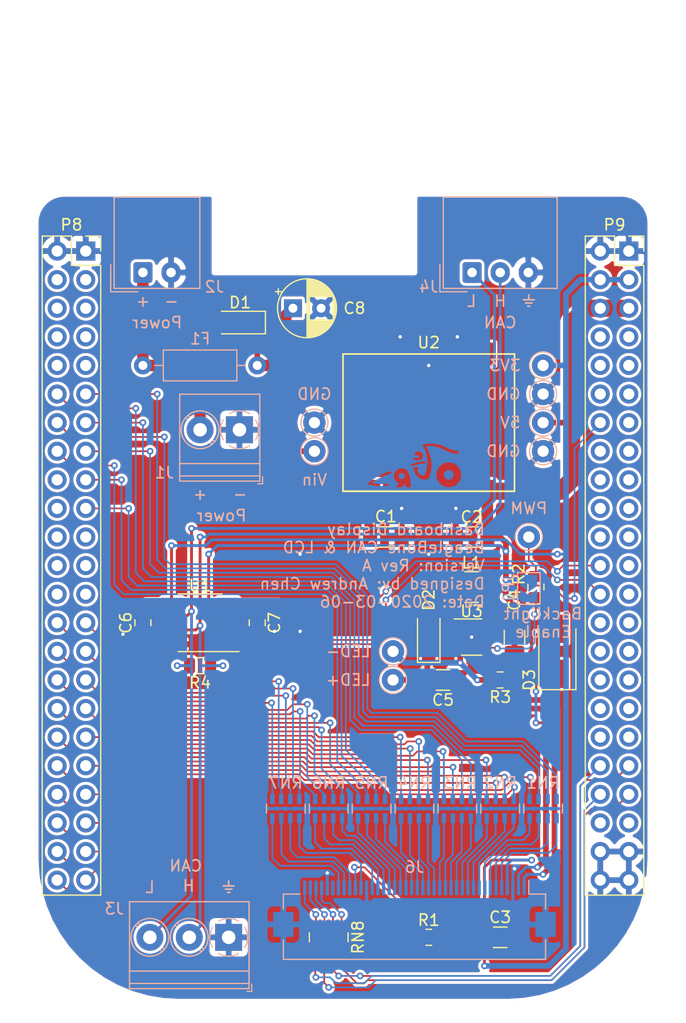
<source format=kicad_pcb>
(kicad_pcb (version 20171130) (host pcbnew 5.1.5)
  (layers (0 F.Cu signal) (31 B.Cu signal) (34 B.Paste user) (35 F.Paste user) (36 B.SilkS user) (37 F.SilkS user) (38 B.Mask user) (39 F.Mask user) (44 Edge.Cuts user))
  (net 0 "")
  (net 1 +3V3)
  (net 2 +5V)
  (net 3 GND)
  (net 4 /VIN_F)
  (net 5 /LED-)
  (net 6 /LED+)
  (net 7 "Net-(D2-Pad2)")
  (net 8 /VIN)
  (net 9 /CANH)
  (net 10 /CANL)
  (net 11 /YU)
  (net 12 /XL)
  (net 13 /YD)
  (net 14 /XR)
  (net 15 /L_DE)
  (net 16 /L_VSYNC)
  (net 17 /L_HSYNC)
  (net 18 /L_DISP)
  (net 19 /L_CLK)
  (net 20 /LCD_B7)
  (net 21 /LCD_B6)
  (net 22 /LCD_B5)
  (net 23 /LCD_B4)
  (net 24 /LCD_B3)
  (net 25 /LCD_B2)
  (net 26 /LCD_B1)
  (net 27 /LCD_B0)
  (net 28 /LCD_G7)
  (net 29 /LCD_G6)
  (net 30 /LCD_G5)
  (net 31 /LCD_G4)
  (net 32 /LCD_G3)
  (net 33 /LCD_G2)
  (net 34 /LCD_G1)
  (net 35 /LCD_G0)
  (net 36 /LCD_R7)
  (net 37 /LCD_R6)
  (net 38 /LCD_R5)
  (net 39 /LCD_R4)
  (net 40 /LCD_R3)
  (net 41 /LCD_R2)
  (net 42 /LCD_R1)
  (net 43 /LCD_R0)
  (net 44 /LCD_D1)
  (net 45 /LCD_D0)
  (net 46 /LCD_D3)
  (net 47 /LCD_D2)
  (net 48 /LCD_D5)
  (net 49 /LCD_D4)
  (net 50 /LCD_D7)
  (net 51 /LCD_D6)
  (net 52 /LCD_D9)
  (net 53 /LCD_D8)
  (net 54 /LCD_D10)
  (net 55 /LCD_D12)
  (net 56 /LCD_D11)
  (net 57 /LCD_D13)
  (net 58 /LCD_D15)
  (net 59 /LCD_D14)
  (net 60 /LCD_EN)
  (net 61 /LCD_HSYNC)
  (net 62 /LCD_PCLK)
  (net 63 /LCD_VSYNC)
  (net 64 /LCD_D23)
  (net 65 /LCD_D20)
  (net 66 /LCD_D17)
  (net 67 /LCD_D16)
  (net 68 /LCD_D21)
  (net 69 /LCD_D22)
  (net 70 /LCD_D19)
  (net 71 /LCD_D18)
  (net 72 /AIN1)
  (net 73 /AIN0)
  (net 74 /AIN3)
  (net 75 /AIN2)
  (net 76 /DCAN1_TX)
  (net 77 /DCAN1_RX)
  (net 78 /EHRPWM1A)
  (net 79 /SYS_5V)
  (net 80 "Net-(R2-Pad1)")
  (net 81 "Net-(C4-Pad1)")
  (net 82 "Net-(J6-Pad35)")
  (net 83 /GPIO_61)
  (net 84 /MMC1_DAT0)
  (net 85 /MMC1_DAT1)
  (net 86 /MMC1_DAT4)
  (net 87 /MMC1_DAT5)
  (net 88 /MMC1_CLK)
  (net 89 /MMC1_CMD)
  (net 90 /GPIO_65)
  (net 91 /GPIO_68)
  (net 92 /GPIO_69)
  (net 93 /GPIO_67)
  (net 94 /GPIO_66)
  (net 95 /MMC1_DAT3)
  (net 96 /MMC1_DAT2)
  (net 97 /MMC1_DAT7)
  (net 98 /MMC1_DAT6)
  (net 99 /UART3_TXD)
  (net 100 /GPI0_20)
  (net 101 /AIN5)
  (net 102 /AIN6)
  (net 103 /GNDA_ADC)
  (net 104 /AIN4)
  (net 105 /VDD_ADC)
  (net 106 /SPI1_SCLK)
  (net 107 /GPIO_112)
  (net 108 /SPI1_DO)
  (net 109 /SPI1_CSO)
  (net 110 /GPIO_115)
  (net 111 /GPIO_117)
  (net 112 /GPIO_49)
  (net 113 /UART2_RXD)
  (net 114 /UART2_TXD)
  (net 115 /DCAN0_TX)
  (net 116 /DCAN0_RX)
  (net 117 /I2C1_SDA)
  (net 118 /I2C1_SCL)
  (net 119 /GPIO_51)
  (net 120 /GPIO_48)
  (net 121 /UART4_TXD)
  (net 122 /GPIO_60)
  (net 123 /UART4_RXD)
  (net 124 /SYS_RESETN)
  (net 125 /PWR_BUT)
  (net 126 "Net-(U2-Pad6)")
  (net 127 "Net-(U2-Pad10)")
  (module Resistor_THT:R_Axial_DIN0207_L6.3mm_D2.5mm_P10.16mm_Horizontal (layer B.Cu) (at 93.98 86.36 180)
    (fp_text reference F1 (at 5.08 2.37) (layer B.SilkS) (effects (justify mirror)))
    (fp_text value 1A)
    (pad 2 thru_hole oval (at 10.16 0 180) (size 1.6 1.6) (drill 0.8) (layers *.Cu *.Mask) (net 8 /VIN))
    (pad 1 thru_hole circle (at 0 0 180) (size 1.6 1.6) (drill 0.8) (layers *.Cu *.Mask) (net 4 /VIN_F))
  )
  (module Capacitor_THT:CP_Radial_D5.0mm_P2.50mm (layer F.Cu) (at 97.155 81.28)
    (fp_text reference C8 (at 5.461 0) (layer F.SilkS))
    (fp_text value 100u)
    (pad 2 thru_hole circle (at 2.5 0) (size 1.6 1.6) (drill 0.8) (layers *.Cu *.Mask) (net 3 GND))
    (pad 1 thru_hole rect (at 0 0) (size 1.6 1.6) (drill 0.8) (layers *.Cu *.Mask) (net 4 /VIN_F))
  )
  (module Jumper:SolderJumper-2_P1.3mm_Open_TrianglePad1.0x1.5mm (layer B.Cu) (at 118.11 106.172 270)
    (fp_text reference JP1 (at 0 1.8 270) (layer B.SilkS) (effects (justify mirror)))
    (fp_text value SolderJumper_2_Open)
    (pad 1 smd custom (at -0.725 0 270) (size 0.3 0.3) (layers B.Cu B.Mask) (net 2 +5V) (options (clearance outline) (anchor rect)) (primitives (gr_poly (pts (xy -0.5 0.75) (xy 0.5 0.75) (xy 1 0) (xy 0.5 -0.75) (xy -0.5 -0.75)) (width 0))))
    (pad 2 smd custom (at 0.725 0 270) (size 0.3 0.3) (layers B.Cu B.Mask) (net 81 "Net-(C4-Pad1)") (options (clearance outline) (anchor rect)) (primitives (gr_poly (pts (xy -0.65 0.75) (xy 0.5 0.75) (xy 0.5 -0.75) (xy -0.65 -0.75) (xy -0.15 0)) (width 0))))
  )
  (module Diode_SMD:D_SMA (layer F.Cu) (at 120.65 111.76 90)
    (fp_text reference D3 (at -2.54 -2.5 90) (layer F.SilkS))
    (fp_text value 24V)
    (pad 2 smd rect (at 2 0 90) (size 2.5 1.8) (layers F.Cu F.Paste F.Mask) (net 5 /LED-))
    (pad 1 smd rect (at -2 0 90) (size 2.5 1.8) (layers F.Cu F.Paste F.Mask) (net 6 /LED+))
  )
  (module project:OUR-Logo (layer B.Cu) (at 107.95 95.25 180)
    (fp_text reference G*** hide)
    (fp_text value LOGO hide)
    (fp_poly (pts (xy 5.08 -2.54) (xy -5.08 -2.54) (xy -5.08 -0.795523) (xy -4.153232 -0.795523) (xy -4.153057 -0.868106) (xy -4.150071 -0.937851) (xy -4.144267 -0.999875) (xy -4.137433 -1.041399) (xy -4.101079 -1.175707) (xy -4.051249 -1.30007) (xy -3.987401 -1.415477) (xy -3.908993 -1.522912) (xy -3.819771 -1.619223) (xy -3.714536 -1.710001) (xy -3.601962 -1.785675) (xy -3.482821 -1.846005) (xy -3.357884 -1.89075) (xy -3.227923 -1.919672) (xy -3.093709 -1.932531) (xy -2.956014 -1.929087) (xy -2.860585 -1.917277) (xy -2.734988 -1.888361) (xy -2.612704 -1.843767) (xy -2.495757 -1.784699) (xy -2.386167 -1.712362) (xy -2.354046 -1.685308) (xy 0.330787 -1.685308) (xy 0.332239 -1.811219) (xy 0.335576 -1.8669) (xy 0.34085 -1.934633) (xy 0.7874 -1.936323) (xy 0.7874 -1.845762) (xy 0.78792 -1.797924) (xy 0.789353 -1.749499) (xy 0.791508 -1.703408) (xy 0.794191 -1.662575) (xy 0.797212 -1.62992) (xy 0.800378 -1.608366) (xy 0.803484 -1.600834) (xy 0.810723 -1.607074) (xy 0.826713 -1.623612) (xy 0.84911 -1.64795) (xy 0.875572 -1.677592) (xy 0.8763 -1.678418) (xy 0.907452 -1.712235) (xy 0.94703 -1.752869) (xy 0.990707 -1.795999) (xy 1.034154 -1.837304) (xy 1.049833 -1.851739) (xy 1.155633 -1.948109) (xy 1.257266 -1.941371) (xy 1.301934 -1.939032) (xy 1.357778 -1.937046) (xy 1.419039 -1.935566) (xy 1.47996 -1.934747) (xy 1.509187 -1.934633) (xy 1.557513 -1.934493) (xy 1.599386 -1.934105) (xy 1.632114 -1.933515) (xy 1.653008 -1.932771) (xy 1.659471 -1.932012) (xy 1.654397 -1.924851) (xy 1.640672 -1.907512) (xy 1.620535 -1.882784) (xy 1.601719 -1.860046) (xy 1.565387 -1.815491) (xy 1.529005 -1.769216) (xy 1.494135 -1.723378) (xy 1.462336 -1.680136) (xy 1.43517 -1.641648) (xy 1.414197 -1.610072) (xy 1.400978 -1.587566) (xy 1.397 -1.576965) (xy 1.404142 -1.569649) (xy 1.421756 -1.560863) (xy 1.42608 -1.559219) (xy 1.461091 -1.542743) (xy 1.503439 -1.516971) (xy 1.548846 -1.484936) (xy 1.593037 -1.449666) (xy 1.631735 -1.414193) (xy 1.634193 -1.411715) (xy 1.69741 -1.336231) (xy 1.750962 -1.24887) (xy 1.792929 -1.152809) (xy 1.796363 -1.142999) (xy 1.807085 -1.110818) (xy 1.814586 -1.08455) (xy 1.819435 -1.059889) (xy 1.822198 -1.032532) (xy 1.823445 -0.998173) (xy 1.823742 -0.952507) (xy 1.82373 -0.935566) (xy 1.823449 -0.8852) (xy 1.822382 -0.847396) (xy 1.819963 -0.817787) (xy 1.815624 -0.792002) (xy 1.808798 -0.765674) (xy 1.798916 -0.734432) (xy 1.796746 -0.727882) (xy 1.754754 -0.627431) (xy 1.738716 -0.601133) (xy 2.057771 -0.601133) (xy 2.063966 -0.638215) (xy 2.080151 -0.677335) (xy 2.10273 -0.710427) (xy 2.109613 -0.717425) (xy 2.127544 -0.728327) (xy 2.159655 -0.741928) (xy 2.203582 -0.757306) (xy 2.244079 -0.769811) (xy 2.513376 -0.857379) (xy 2.774896 -0.959474) (xy 3.028021 -1.075791) (xy 3.272132 -1.206027) (xy 3.506612 -1.349875) (xy 3.711201 -1.492428) (xy 3.78597 -1.547703) (xy 3.745068 -1.556398) (xy 3.652811 -1.57386) (xy 3.547203 -1.590104) (xy 3.431808 -1.604752) (xy 3.310188 -1.617423) (xy 3.185906 -1.627737) (xy 3.062523 -1.635312) (xy 2.971337 -1.639011) (xy 2.906542 -1.640197) (xy 2.833657 -1.640181) (xy 2.756121 -1.639079) (xy 2.67737 -1.637007) (xy 2.600842 -1.634081) (xy 2.529974 -1.630419) (xy 2.468203 -1.626136) (xy 2.418966 -1.621349) (xy 2.407943 -1.619941) (xy 2.38455 -1.61804) (xy 2.368086 -1.622194) (xy 2.351221 -1.635137) (xy 2.3413 -1.644805) (xy 2.317829 -1.678428) (xy 2.310881 -1.715058) (xy 2.320604 -1.753392) (xy 2.327498 -1.766195) (xy 2.332997 -1.774652) (xy 2.339308 -1.781674) (xy 2.348107 -1.787542) (xy 2.361068 -1.792537) (xy 2.379866 -1.796939) (xy 2.406175 -1.801028) (xy 2.44167 -1.805084) (xy 2.488026 -1.809388) (xy 2.546918 -1.814221) (xy 2.62002 -1.819862) (xy 2.671233 -1.823739) (xy 2.705169 -1.825299) (xy 2.753184 -1.826101) (xy 2.812443 -1.826209) (xy 2.880113 -1.825688) (xy 2.953359 -1.824602) (xy 3.029346 -1.823016) (xy 3.105241 -1.820994) (xy 3.178208 -1.8186) (xy 3.245415 -1.815898) (xy 3.304025 -1.812954) (xy 3.351205 -1.80983) (xy 3.373966 -1.807781) (xy 3.485521 -1.795192) (xy 3.587186 -1.781774) (xy 3.686007 -1.766518) (xy 3.789025 -1.748412) (xy 3.793066 -1.747664) (xy 3.83854 -1.738789) (xy 3.889813 -1.728051) (xy 3.944252 -1.716082) (xy 3.999223 -1.703511) (xy 4.052093 -1.69097) (xy 4.100228 -1.679088) (xy 4.140995 -1.668496) (xy 4.171759 -1.659826) (xy 4.189888 -1.653707) (xy 4.193373 -1.65182) (xy 4.190211 -1.643671) (xy 4.175193 -1.626449) (xy 4.149848 -1.601454) (xy 4.115708 -1.569984) (xy 4.074301 -1.533338) (xy 4.027157 -1.492815) (xy 3.975806 -1.449712) (xy 3.921779 -1.405329) (xy 3.866605 -1.360964) (xy 3.811814 -1.317916) (xy 3.758936 -1.277483) (xy 3.709501 -1.240964) (xy 3.7084 -1.240168) (xy 3.492976 -1.09417) (xy 3.265667 -0.958418) (xy 3.028961 -0.834215) (xy 2.78535 -0.722864) (xy 2.537326 -0.625667) (xy 2.523066 -0.620565) (xy 2.480097 -0.605801) (xy 2.430594 -0.589658) (xy 2.377038 -0.572855) (xy 2.321912 -0.55611) (xy 2.2677 -0.540141) (xy 2.216883 -0.525665) (xy 2.171945 -0.513402) (xy 2.135369 -0.504069) (xy 2.109635 -0.498384) (xy 2.097229 -0.497066) (xy 2.096735 -0.497246) (xy 2.086253 -0.510207) (xy 2.074938 -0.533817) (xy 2.065042 -0.562072) (xy 2.058816 -0.588972) (xy 2.057771 -0.601133) (xy 1.738716 -0.601133) (xy 1.699121 -0.536213) (xy 1.630981 -0.45535) (xy 1.551472 -0.385964) (xy 1.461729 -0.329174) (xy 1.36289 -0.286102) (xy 1.341966 -0.279181) (xy 1.288091 -0.26664) (xy 1.223668 -0.258444) (xy 1.154571 -0.254817) (xy 1.086676 -0.255981) (xy 1.025858 -0.262162) (xy 1.003846 -0.266306) (xy 0.905969 -0.295712) (xy 0.813368 -0.33849) (xy 0.728648 -0.392988) (xy 0.654414 -0.457553) (xy 0.598231 -0.523579) (xy 0.577916 -0.557252) (xy 0.555002 -0.604954) (xy 0.53036 -0.66414) (xy 0.504858 -0.732266) (xy 0.479367 -0.806786) (xy 0.454756 -0.885156) (xy 0.431895 -0.964831) (xy 0.411654 -1.043265) (xy 0.394902 -1.117913) (xy 0.394598 -1.119404) (xy 0.368767 -1.263058) (xy 0.349334 -1.407647) (xy 0.336579 -1.549591) (xy 0.330787 -1.685308) (xy -2.354046 -1.685308) (xy -2.285958 -1.627961) (xy -2.197151 -1.532701) (xy -2.180654 -1.51209) (xy -2.103958 -1.400521) (xy -2.042162 -1.2827) (xy -1.995286 -1.160017) (xy -1.96335 -1.033859) (xy -1.946372 -0.905616) (xy -1.944373 -0.776676) (xy -1.957371 -0.648429) (xy -1.985385 -0.522262) (xy -2.028436 -0.399566) (xy -2.086543 -0.281728) (xy -2.159724 -0.170138) (xy -2.161899 -0.167238) (xy -2.251586 -0.061663) (xy -2.351324 0.030573) (xy -2.460189 0.108985) (xy -2.57726 0.173083) (xy -2.701615 0.22238) (xy -2.832331 0.256389) (xy -2.968486 0.274623) (xy -3.001434 0.276578) (xy -3.138613 0.274548) (xy -3.272217 0.256165) (xy -3.401269 0.22181) (xy -3.524792 0.171863) (xy -3.641806 0.106704) (xy -3.751335 0.026713) (xy -3.831473 -0.046261) (xy -3.923256 -0.149697) (xy -4.000588 -0.261941) (xy -4.063386 -0.382837) (xy -4.111564 -0.512231) (xy -4.136942 -0.6096) (xy -4.145169 -0.661385) (xy -4.1506 -0.724988) (xy -4.153232 -0.795523) (xy -5.08 -0.795523) (xy -5.08 1.294774) (xy -3.937 1.294774) (xy -3.935165 1.284312) (xy -3.930203 1.261107) (xy -3.92293 1.228883) (xy -3.916402 1.200828) (xy -3.906477 1.157898) (xy -3.896859 1.114952) (xy -3.88899 1.078474) (xy -3.885972 1.063737) (xy -3.87614 1.014106) (xy -3.794387 1.019743) (xy -3.663641 1.034149) (xy -3.524141 1.059424) (xy -3.379204 1.094561) (xy -3.232147 1.138557) (xy -3.08629 1.190404) (xy -2.94495 1.249099) (xy -2.811446 1.313635) (xy -2.794 1.322848) (xy -2.677666 1.383917) (xy -2.572675 1.436597) (xy -2.476339 1.481978) (xy -2.385968 1.521147) (xy -2.298873 1.555193) (xy -2.212364 1.585204) (xy -2.123752 1.612268) (xy -2.030347 1.637473) (xy -1.9939 1.646578) (xy -1.90399 1.667543) (xy -1.82183 1.684131) (xy -1.740406 1.697561) (xy -1.652704 1.709052) (xy -1.602407 1.714655) (xy -1.554448 1.718813) (xy -1.498812 1.722091) (xy -1.437679 1.724507) (xy -1.373229 1.726081) (xy -1.307641 1.726833) (xy -1.243094 1.726781) (xy -1.18177 1.725945) (xy -1.125845 1.724345) (xy -1.077502 1.721999) (xy -1.038918 1.718928) (xy -1.012273 1.71515) (xy -0.999748 1.710686) (xy -0.999067 1.709288) (xy -1.003498 1.699773) (xy -1.015471 1.679499) (xy -1.033012 1.651711) (xy -1.048566 1.627993) (xy -1.089432 1.564798) (xy -1.126852 1.502713) (xy -1.163239 1.43742) (xy -1.201005 1.364604) (xy -1.239199 1.286934) (xy -1.325204 1.08929) (xy -1.395643 0.885873) (xy -1.450432 0.677765) (xy -1.489489 0.466043) (xy -1.512731 0.251787) (xy -1.520078 0.036078) (xy -1.511446 -0.180006) (xy -1.486754 -0.395385) (xy -1.445919 -0.608979) (xy -1.397462 -0.791633) (xy -1.369192 -0.881464) (xy -1.34262 -0.956483) (xy -1.316769 -1.018599) (xy -1.290667 -1.06972) (xy -1.263336 -1.111754) (xy -1.233803 -1.146612) (xy -1.201093 -1.1762) (xy -1.200976 -1.176293) (xy -1.15316 -1.209263) (xy -1.100328 -1.237336) (xy -1.049381 -1.256992) (xy -1.035487 -1.260724) (xy -0.99135 -1.267066) (xy -0.937193 -1.268727) (xy -0.879238 -1.265821) (xy -0.823705 -1.25846) (xy -0.81456 -1.256695) (xy -0.681399 -1.221218) (xy -0.55595 -1.170667) (xy -0.438254 -1.105065) (xy -0.328353 -1.024433) (xy -0.249462 -0.952512) (xy -0.158932 -0.850771) (xy -0.082255 -0.740254) (xy -0.020024 -0.622248) (xy 0.027165 -0.498042) (xy 0.058719 -0.368925) (xy 0.073015 -0.253247) (xy 0.078566 -0.172061) (xy -0.064434 -0.166646) (xy -0.137967 -0.163072) (xy -0.204583 -0.157886) (xy -0.270534 -0.15041) (xy -0.342072 -0.139965) (xy -0.401626 -0.130038) (xy -0.434952 -0.124272) (xy -0.396212 -0.17183) (xy -0.347961 -0.242081) (xy -0.315894 -0.315229) (xy -0.299286 -0.393258) (xy -0.296434 -0.444837) (xy -0.30422 -0.527904) (xy -0.326913 -0.605084) (xy -0.363084 -0.674948) (xy -0.411305 -0.736068) (xy -0.470146 -0.787015) (xy -0.53818 -0.826361) (xy -0.613977 -0.852677) (xy -0.696109 -0.864533) (xy -0.716705 -0.865069) (xy -0.785142 -0.861351) (xy -0.840225 -0.849112) (xy -0.883716 -0.82746) (xy -0.917378 -0.795503) (xy -0.942974 -0.75235) (xy -0.943977 -0.750103) (xy -0.954677 -0.723349) (xy -0.968873 -0.684347) (xy -0.985234 -0.63708) (xy -1.002429 -0.585531) (xy -1.019129 -0.533684) (xy -1.034002 -0.485522) (xy -1.044947 -0.447825) (xy -1.074466 -0.326537) (xy -1.099476 -0.193491) (xy -1.119298 -0.053424) (xy -1.133251 0.088927) (xy -1.140255 0.2159) (xy -1.139869 0.28406) (xy -1.007534 0.28406) (xy -1.002207 0.248872) (xy -0.98811 0.217685) (xy -0.968072 0.196443) (xy -0.964982 0.194617) (xy -0.951067 0.191093) (xy -0.923479 0.187178) (xy -0.885464 0.183224) (xy -0.840266 0.179583) (xy -0.807537 0.177493) (xy -0.616269 0.160941) (xy -0.432912 0.133188) (xy -0.251877 0.093259) (xy -0.127 0.05858) (xy -0.082628 0.044632) (xy -0.032811 0.027905) (xy 0.019419 0.009533) (xy 0.071028 -0.009349) (xy 0.118983 -0.027608) (xy 0.160252 -0.044111) (xy 0.191801 -0.057724) (xy 0.210596 -0.067313) (xy 0.211666 -0.068012) (xy 0.232742 -0.073396) (xy 0.259638 -0.068836) (xy 0.285701 -0.055843) (xy 0.293563 -0.049424) (xy 0.316628 -0.017514) (xy 0.326288 0.01967) (xy 0.322088 0.053957) (xy 0.316269 0.067559) (xy 0.306977 0.078792) (xy 0.291096 0.089865) (xy 0.265506 0.102987) (xy 0.230415 0.118898) (xy 0.021499 0.202688) (xy -0.188574 0.269761) (xy -0.399577 0.320065) (xy -0.611285 0.353544) (xy -0.818702 0.369958) (xy -0.947371 0.375123) (xy -0.977452 0.345042) (xy -0.997432 0.321564) (xy -1.006227 0.299981) (xy -1.007534 0.28406) (xy -1.139869 0.28406) (xy -1.139044 0.429348) (xy -1.121528 0.643069) (xy -1.091118 0.836341) (xy -0.767373 0.836341) (xy -0.760326 0.754522) (xy -0.758551 0.745599) (xy -0.749628 0.710597) (xy -0.737683 0.682115) (xy -0.720077 0.656567) (xy -0.694169 0.630364) (xy -0.65732 0.59992) (xy -0.643467 0.589217) (xy -0.558415 0.532669) (xy -0.469319 0.49097) (xy -0.371708 0.462041) (xy -0.3683 0.461282) (xy -0.317098 0.453639) (xy -0.255922 0.450133) (xy -0.191214 0.450743) (xy -0.129414 0.45545) (xy -0.086427 0.462146) (xy -0.043565 0.47282) (xy 0.003228 0.487296) (xy 0.03934 0.500671) (xy 0.072976 0.515702) (xy 0.093768 0.52977) (xy 0.104804 0.547496) (xy 0.109172 0.573502) (xy 0.109951 0.606343) (xy 0.110066 0.649653) (xy -0.040217 0.654534) (xy -0.119387 0.658549) (xy -0.192406 0.665067) (xy -0.257138 0.673742) (xy -0.311447 0.684227) (xy -0.353197 0.696177) (xy -0.380252 0.709245) (xy -0.381 0.709787) (xy -0.397659 0.728097) (xy -0.411865 0.753407) (xy -0.413993 0.75887) (xy -0.420809 0.782549) (xy -0.419975 0.800888) (xy -0.410961 0.823611) (xy -0.410402 0.824794) (xy -0.387074 0.855983) (xy -0.351354 0.876729) (xy -0.30268 0.88729) (xy -0.270934 0.888849) (xy -0.226136 0.891183) (xy -0.170541 0.897344) (xy -0.109639 0.906521) (xy -0.048918 0.917905) (xy -0.00231 0.928518) (xy 0.024773 0.935618) (xy 0.040541 0.942537) (xy 0.045625 0.952537) (xy 0.04066 0.96888) (xy 0.026277 0.994828) (xy 0.014405 1.014669) (xy -0.011999 1.054535) (xy -0.04386 1.096266) (xy -0.07776 1.1359) (xy -0.110285 1.169476) (xy -0.138017 1.193029) (xy -0.141307 1.195291) (xy -0.203826 1.226882) (xy -0.273139 1.244891) (xy -0.346444 1.24968) (xy -0.420936 1.241617) (xy -0.493811 1.221067) (xy -0.562264 1.188396) (xy -0.623491 1.143968) (xy -0.637853 1.130564) (xy -0.692791 1.065469) (xy -0.733056 0.993566) (xy -0.7581 0.916606) (xy -0.767373 0.836341) (xy -1.091118 0.836341) (xy -1.088103 0.855499) (xy -1.039167 1.065073) (xy -0.975117 1.270228) (xy -0.896349 1.469398) (xy -0.80326 1.661019) (xy -0.749162 1.757438) (xy -0.727023 1.79643) (xy -0.713901 1.823146) (xy -0.709111 1.83919) (xy -0.711443 1.845884) (xy -0.723609 1.850058) (xy -0.749223 1.856712) (xy -0.785096 1.865162) (xy -0.82804 1.874721) (xy -0.874868 1.884708) (xy -0.922392 1.894437) (xy -0.967423 1.903223) (xy -1.006774 1.910384) (xy -1.028701 1.91398) (xy -1.241245 1.938209) (xy -1.456146 1.946524) (xy -1.671654 1.939121) (xy -1.886022 1.916198) (xy -2.097503 1.877951) (xy -2.304349 1.824576) (xy -2.504812 1.756271) (xy -2.534905 1.744478) (xy -2.575411 1.727359) (xy -2.626503 1.704307) (xy -2.683834 1.677365) (xy -2.743056 1.648581) (xy -2.799819 1.62) (xy -2.802994 1.618366) (xy -2.925431 1.557428) (xy -3.039068 1.505712) (xy -3.148113 1.461593) (xy -3.256773 1.423451) (xy -3.369255 1.389661) (xy -3.453449 1.367497) (xy -3.540362 1.346786) (xy -3.616206 1.331157) (xy -3.685797 1.319831) (xy -3.753953 1.312028) (xy -3.825491 1.306971) (xy -3.82905 1.306786) (xy -3.869559 1.304236) (xy -3.903136 1.301214) (xy -3.92661 1.298074) (xy -3.936811 1.295169) (xy -3.937 1.294774) (xy -5.08 1.294774) (xy -5.08 2.54) (xy 5.08 2.54) (xy 5.08 -2.54)) (layer B.Cu) (width 0.01))
    (fp_poly (pts (xy 1.194855 -0.680463) (xy 1.249477 -0.697431) (xy 1.299126 -0.726024) (xy 1.341623 -0.765396) (xy 1.374788 -0.814699) (xy 1.39644 -0.873087) (xy 1.40318 -0.914048) (xy 1.400757 -0.977293) (xy 1.383013 -1.037659) (xy 1.351564 -1.092135) (xy 1.30802 -1.137711) (xy 1.269448 -1.163673) (xy 1.241025 -1.177421) (xy 1.214085 -1.18553) (xy 1.181603 -1.18969) (xy 1.155804 -1.19102) (xy 1.099754 -1.189982) (xy 1.057738 -1.182187) (xy 1.052191 -1.180294) (xy 1.012223 -1.158975) (xy 0.971845 -1.126173) (xy 0.93591 -1.086497) (xy 0.90927 -1.044558) (xy 0.909181 -1.044378) (xy 0.895546 -1.012209) (xy 0.888529 -0.981771) (xy 0.886324 -0.944574) (xy 0.886299 -0.936829) (xy 0.892354 -0.87387) (xy 0.911262 -0.820023) (xy 0.94455 -0.771813) (xy 0.970248 -0.745794) (xy 1.022958 -0.707787) (xy 1.079416 -0.684794) (xy 1.137442 -0.675968) (xy 1.194855 -0.680463)) (layer B.Cu) (width 0.01))
    (fp_poly (pts (xy -2.965473 -0.414033) (xy -2.88932 -0.437146) (xy -2.818785 -0.476056) (xy -2.754829 -0.529376) (xy -2.701469 -0.592734) (xy -2.662985 -0.661325) (xy -2.638843 -0.733367) (xy -2.628509 -0.807073) (xy -2.631449 -0.880659) (xy -2.647129 -0.952341) (xy -2.675016 -1.020335) (xy -2.714574 -1.082855) (xy -2.76527 -1.138117) (xy -2.82657 -1.184337) (xy -2.897939 -1.219729) (xy -2.967567 -1.240274) (xy -3.009568 -1.248097) (xy -3.04384 -1.251226) (xy -3.07824 -1.249818) (xy -3.120621 -1.244035) (xy -3.124201 -1.243452) (xy -3.197512 -1.223169) (xy -3.266748 -1.188227) (xy -3.329537 -1.140814) (xy -3.383505 -1.083119) (xy -3.42628 -1.017331) (xy -3.455488 -0.945638) (xy -3.458355 -0.93527) (xy -3.471209 -0.854591) (xy -3.468401 -0.775724) (xy -3.451203 -0.700309) (xy -3.420884 -0.629982) (xy -3.378717 -0.566382) (xy -3.325971 -0.511146) (xy -3.263918 -0.465913) (xy -3.193829 -0.432319) (xy -3.116974 -0.412004) (xy -3.048001 -0.4064) (xy -2.965473 -0.414033)) (layer B.Cu) (width 0.01))
  )
  (module TerminalBlock_Phoenix:TerminalBlock_Phoenix_PT-1,5-3-3.5-H_1x03_P3.50mm_Horizontal (layer B.Cu) (at 91.44 137.16 180)
    (fp_text reference J3 (at 10.16 2.54) (layer B.SilkS) (effects (justify mirror)))
    (fp_text value Screw_Terminal_01x03)
    (pad 3 thru_hole circle (at 7 0 180) (size 2.4 2.4) (drill 1.2) (layers *.Cu *.Mask) (net 10 /CANL))
    (pad 2 thru_hole circle (at 3.5 0 180) (size 2.4 2.4) (drill 1.2) (layers *.Cu *.Mask) (net 9 /CANH))
    (pad 1 thru_hole rect (at 0 0 180) (size 2.4 2.4) (drill 1.2) (layers *.Cu *.Mask) (net 3 GND))
  )
  (module Capacitor_SMD:C_0805_2012Metric (layer F.Cu) (at 93.98 109.22 270)
    (fp_text reference C7 (at 0 -1.524 90) (layer F.SilkS))
    (fp_text value 100n)
    (pad 2 smd roundrect (at 0.9375 0 270) (size 0.975 1.4) (layers F.Cu F.Paste F.Mask) (net 3 GND))
    (pad 1 smd roundrect (at -0.9375 0 270) (size 0.975 1.4) (layers F.Cu F.Paste F.Mask) (net 2 +5V))
  )
  (module Capacitor_SMD:C_0805_2012Metric (layer F.Cu) (at 83.82 109.22 270)
    (fp_text reference C6 (at 0 1.524 90) (layer F.SilkS))
    (fp_text value 100n)
    (pad 2 smd roundrect (at 0.9375 0 270) (size 0.975 1.4) (layers F.Cu F.Paste F.Mask) (net 3 GND))
    (pad 1 smd roundrect (at -0.9375 0 270) (size 0.975 1.4) (layers F.Cu F.Paste F.Mask) (net 1 +3V3))
  )
  (module project:PinHeader_2x23_P2.54mm_Vertical_Flip (layer F.Cu) (at 78.74 76.2)
    (fp_text reference P8 (at -1.27 -2.33) (layer F.SilkS))
    (fp_text value BeagleBone_Black_Header)
    (pad 46 thru_hole oval (at -2.54 55.88) (size 1.7 1.7) (drill 1) (layers *.Cu *.Mask) (net 44 /LCD_D1))
    (pad 45 thru_hole oval (at 0 55.88) (size 1.7 1.7) (drill 1) (layers *.Cu *.Mask) (net 45 /LCD_D0))
    (pad 44 thru_hole oval (at -2.54 53.34) (size 1.7 1.7) (drill 1) (layers *.Cu *.Mask) (net 46 /LCD_D3))
    (pad 43 thru_hole oval (at 0 53.34) (size 1.7 1.7) (drill 1) (layers *.Cu *.Mask) (net 47 /LCD_D2))
    (pad 42 thru_hole oval (at -2.54 50.8) (size 1.7 1.7) (drill 1) (layers *.Cu *.Mask) (net 48 /LCD_D5))
    (pad 41 thru_hole oval (at 0 50.8) (size 1.7 1.7) (drill 1) (layers *.Cu *.Mask) (net 49 /LCD_D4))
    (pad 40 thru_hole oval (at -2.54 48.26) (size 1.7 1.7) (drill 1) (layers *.Cu *.Mask) (net 50 /LCD_D7))
    (pad 39 thru_hole oval (at 0 48.26) (size 1.7 1.7) (drill 1) (layers *.Cu *.Mask) (net 51 /LCD_D6))
    (pad 38 thru_hole oval (at -2.54 45.72) (size 1.7 1.7) (drill 1) (layers *.Cu *.Mask) (net 52 /LCD_D9))
    (pad 37 thru_hole oval (at 0 45.72) (size 1.7 1.7) (drill 1) (layers *.Cu *.Mask) (net 53 /LCD_D8))
    (pad 36 thru_hole oval (at -2.54 43.18) (size 1.7 1.7) (drill 1) (layers *.Cu *.Mask) (net 54 /LCD_D10))
    (pad 35 thru_hole oval (at 0 43.18) (size 1.7 1.7) (drill 1) (layers *.Cu *.Mask) (net 55 /LCD_D12))
    (pad 34 thru_hole oval (at -2.54 40.64) (size 1.7 1.7) (drill 1) (layers *.Cu *.Mask) (net 56 /LCD_D11))
    (pad 33 thru_hole oval (at 0 40.64) (size 1.7 1.7) (drill 1) (layers *.Cu *.Mask) (net 57 /LCD_D13))
    (pad 32 thru_hole oval (at -2.54 38.1) (size 1.7 1.7) (drill 1) (layers *.Cu *.Mask) (net 58 /LCD_D15))
    (pad 31 thru_hole oval (at 0 38.1) (size 1.7 1.7) (drill 1) (layers *.Cu *.Mask) (net 59 /LCD_D14))
    (pad 30 thru_hole oval (at -2.54 35.56) (size 1.7 1.7) (drill 1) (layers *.Cu *.Mask) (net 60 /LCD_EN))
    (pad 29 thru_hole oval (at 0 35.56) (size 1.7 1.7) (drill 1) (layers *.Cu *.Mask) (net 61 /LCD_HSYNC))
    (pad 28 thru_hole oval (at -2.54 33.02) (size 1.7 1.7) (drill 1) (layers *.Cu *.Mask) (net 62 /LCD_PCLK))
    (pad 27 thru_hole oval (at 0 33.02) (size 1.7 1.7) (drill 1) (layers *.Cu *.Mask) (net 63 /LCD_VSYNC))
    (pad 26 thru_hole oval (at -2.54 30.48) (size 1.7 1.7) (drill 1) (layers *.Cu *.Mask) (net 83 /GPIO_61))
    (pad 25 thru_hole oval (at 0 30.48) (size 1.7 1.7) (drill 1) (layers *.Cu *.Mask) (net 84 /MMC1_DAT0))
    (pad 24 thru_hole oval (at -2.54 27.94) (size 1.7 1.7) (drill 1) (layers *.Cu *.Mask) (net 85 /MMC1_DAT1))
    (pad 23 thru_hole oval (at 0 27.94) (size 1.7 1.7) (drill 1) (layers *.Cu *.Mask) (net 86 /MMC1_DAT4))
    (pad 22 thru_hole oval (at -2.54 25.4) (size 1.7 1.7) (drill 1) (layers *.Cu *.Mask) (net 87 /MMC1_DAT5))
    (pad 21 thru_hole oval (at 0 25.4) (size 1.7 1.7) (drill 1) (layers *.Cu *.Mask) (net 88 /MMC1_CLK))
    (pad 20 thru_hole oval (at -2.54 22.86) (size 1.7 1.7) (drill 1) (layers *.Cu *.Mask) (net 89 /MMC1_CMD))
    (pad 19 thru_hole oval (at 0 22.86) (size 1.7 1.7) (drill 1) (layers *.Cu *.Mask) (net 64 /LCD_D23))
    (pad 18 thru_hole oval (at -2.54 20.32) (size 1.7 1.7) (drill 1) (layers *.Cu *.Mask) (net 90 /GPIO_65))
    (pad 17 thru_hole oval (at 0 20.32) (size 1.7 1.7) (drill 1) (layers *.Cu *.Mask) (net 65 /LCD_D20))
    (pad 16 thru_hole oval (at -2.54 17.78) (size 1.7 1.7) (drill 1) (layers *.Cu *.Mask) (net 66 /LCD_D17))
    (pad 15 thru_hole oval (at 0 17.78) (size 1.7 1.7) (drill 1) (layers *.Cu *.Mask) (net 67 /LCD_D16))
    (pad 14 thru_hole oval (at -2.54 15.24) (size 1.7 1.7) (drill 1) (layers *.Cu *.Mask) (net 68 /LCD_D21))
    (pad 13 thru_hole oval (at 0 15.24) (size 1.7 1.7) (drill 1) (layers *.Cu *.Mask) (net 69 /LCD_D22))
    (pad 12 thru_hole oval (at -2.54 12.7) (size 1.7 1.7) (drill 1) (layers *.Cu *.Mask) (net 70 /LCD_D19))
    (pad 11 thru_hole oval (at 0 12.7) (size 1.7 1.7) (drill 1) (layers *.Cu *.Mask) (net 71 /LCD_D18))
    (pad 10 thru_hole oval (at -2.54 10.16) (size 1.7 1.7) (drill 1) (layers *.Cu *.Mask) (net 91 /GPIO_68))
    (pad 9 thru_hole oval (at 0 10.16) (size 1.7 1.7) (drill 1) (layers *.Cu *.Mask) (net 92 /GPIO_69))
    (pad 8 thru_hole oval (at -2.54 7.62) (size 1.7 1.7) (drill 1) (layers *.Cu *.Mask) (net 93 /GPIO_67))
    (pad 7 thru_hole oval (at 0 7.62) (size 1.7 1.7) (drill 1) (layers *.Cu *.Mask) (net 94 /GPIO_66))
    (pad 6 thru_hole oval (at -2.54 5.08) (size 1.7 1.7) (drill 1) (layers *.Cu *.Mask) (net 95 /MMC1_DAT3))
    (pad 5 thru_hole oval (at 0 5.08) (size 1.7 1.7) (drill 1) (layers *.Cu *.Mask) (net 96 /MMC1_DAT2))
    (pad 4 thru_hole oval (at -2.54 2.54) (size 1.7 1.7) (drill 1) (layers *.Cu *.Mask) (net 97 /MMC1_DAT7))
    (pad 3 thru_hole oval (at 0 2.54) (size 1.7 1.7) (drill 1) (layers *.Cu *.Mask) (net 98 /MMC1_DAT6))
    (pad 2 thru_hole oval (at -2.54 0) (size 1.7 1.7) (drill 1) (layers *.Cu *.Mask) (net 3 GND))
    (pad 1 thru_hole rect (at 0 0) (size 1.7 1.7) (drill 1) (layers *.Cu *.Mask) (net 3 GND))
  )
  (module project:STS1024S05 (layer F.Cu) (at 109.22 91.44)
    (fp_text reference U2 (at 0 -7.112) (layer F.SilkS))
    (fp_text value STS1024S05)
    (pad 6 smd rect (at 5.08 -6.096) (size 1.524 2.032) (layers F.Cu F.Paste F.Mask) (net 126 "Net-(U2-Pad6)"))
    (pad 7 smd rect (at 2.54 -6.096) (size 1.524 2.032) (layers F.Cu F.Paste F.Mask) (net 3 GND))
    (pad 9 smd rect (at -2.54 -6.096) (size 1.524 2.032) (layers F.Cu F.Paste F.Mask) (net 3 GND))
    (pad 10 smd rect (at -5.08 -6.096) (size 1.524 2.032) (layers F.Cu F.Paste F.Mask) (net 127 "Net-(U2-Pad10)"))
    (pad 5 smd rect (at 5.08 6.096) (size 1.524 2.032) (layers F.Cu F.Paste F.Mask) (net 2 +5V))
    (pad 1 smd rect (at -5.08 6.096) (size 1.524 2.032) (layers F.Cu F.Paste F.Mask) (net 4 /VIN_F))
  )
  (module Inductor_SMD:L_1210_3225Metric (layer F.Cu) (at 113.03 106.045 180)
    (fp_text reference L1 (at 0 2.159) (layer F.SilkS))
    (fp_text value 15u)
    (pad 2 smd roundrect (at 1.4 0 180) (size 1.25 2.65) (layers F.Cu F.Paste F.Mask) (roundrect_rratio 0.2) (net 7 "Net-(D2-Pad2)"))
    (pad 1 smd roundrect (at -1.4 0 180) (size 1.25 2.65) (layers F.Cu F.Paste F.Mask) (roundrect_rratio 0.2) (net 81 "Net-(C4-Pad1)"))
  )
  (module Resistor_SMD:R_Array_Concave_4x0603 (layer F.Cu) (at 100.33 137.16 270)
    (fp_text reference RN8 (at 0 -2.6 270) (layer F.SilkS))
    (fp_text value 0)
    (pad 5 smd rect (at 0.85 1.2 270) (size 0.9 0.4) (layers F.Cu F.Paste F.Mask) (net 74 /AIN3))
    (pad 6 smd rect (at 0.85 0.4 270) (size 0.9 0.4) (layers F.Cu F.Paste F.Mask) (net 72 /AIN1))
    (pad 7 smd rect (at 0.85 -0.4 270) (size 0.9 0.4) (layers F.Cu F.Paste F.Mask) (net 75 /AIN2))
    (pad 8 smd rect (at 0.85 -1.2 270) (size 0.9 0.4) (layers F.Cu F.Paste F.Mask) (net 73 /AIN0))
    (pad 4 smd rect (at -0.85 1.2 270) (size 0.9 0.4) (layers F.Cu F.Paste F.Mask) (net 11 /YU))
    (pad 1 smd rect (at -0.85 -1.2 270) (size 0.9 0.4) (layers F.Cu F.Paste F.Mask) (net 14 /XR))
    (pad 3 smd rect (at -0.85 0.4 270) (size 0.9 0.4) (layers F.Cu F.Paste F.Mask) (net 12 /XL))
    (pad 2 smd rect (at -0.85 -0.4 270) (size 0.9 0.4) (layers F.Cu F.Paste F.Mask) (net 13 /YD))
  )
  (module Resistor_SMD:R_Array_Concave_4x0603 (layer B.Cu) (at 96.52 125.73 90)
    (fp_text reference RN7 (at 2.286 0 180) (layer B.SilkS) (effects (justify mirror)))
    (fp_text value 33)
    (pad 5 smd rect (at 0.85 -1.2 90) (size 0.9 0.4) (layers B.Cu B.Paste B.Mask) (net 60 /LCD_EN))
    (pad 6 smd rect (at 0.85 -0.4 90) (size 0.9 0.4) (layers B.Cu B.Paste B.Mask) (net 63 /LCD_VSYNC))
    (pad 7 smd rect (at 0.85 0.4 90) (size 0.9 0.4) (layers B.Cu B.Paste B.Mask) (net 61 /LCD_HSYNC))
    (pad 8 smd rect (at 0.85 1.2 90) (size 0.9 0.4) (layers B.Cu B.Paste B.Mask) (net 62 /LCD_PCLK))
    (pad 4 smd rect (at -0.85 -1.2 90) (size 0.9 0.4) (layers B.Cu B.Paste B.Mask) (net 15 /L_DE))
    (pad 1 smd rect (at -0.85 1.2 90) (size 0.9 0.4) (layers B.Cu B.Paste B.Mask) (net 19 /L_CLK))
    (pad 3 smd rect (at -0.85 -0.4 90) (size 0.9 0.4) (layers B.Cu B.Paste B.Mask) (net 16 /L_VSYNC))
    (pad 2 smd rect (at -0.85 0.4 90) (size 0.9 0.4) (layers B.Cu B.Paste B.Mask) (net 17 /L_HSYNC))
  )
  (module Resistor_SMD:R_Array_Concave_4x0603 (layer B.Cu) (at 100.33 125.73 90)
    (fp_text reference RN6 (at 2.286 0 180) (layer B.SilkS) (effects (justify mirror)))
    (fp_text value 33)
    (pad 5 smd rect (at 0.85 -1.2 90) (size 0.9 0.4) (layers B.Cu B.Paste B.Mask) (net 58 /LCD_D15))
    (pad 6 smd rect (at 0.85 -0.4 90) (size 0.9 0.4) (layers B.Cu B.Paste B.Mask) (net 59 /LCD_D14))
    (pad 7 smd rect (at 0.85 0.4 90) (size 0.9 0.4) (layers B.Cu B.Paste B.Mask) (net 57 /LCD_D13))
    (pad 8 smd rect (at 0.85 1.2 90) (size 0.9 0.4) (layers B.Cu B.Paste B.Mask) (net 55 /LCD_D12))
    (pad 4 smd rect (at -0.85 -1.2 90) (size 0.9 0.4) (layers B.Cu B.Paste B.Mask) (net 20 /LCD_B7))
    (pad 1 smd rect (at -0.85 1.2 90) (size 0.9 0.4) (layers B.Cu B.Paste B.Mask) (net 23 /LCD_B4))
    (pad 3 smd rect (at -0.85 -0.4 90) (size 0.9 0.4) (layers B.Cu B.Paste B.Mask) (net 21 /LCD_B6))
    (pad 2 smd rect (at -0.85 0.4 90) (size 0.9 0.4) (layers B.Cu B.Paste B.Mask) (net 22 /LCD_B5))
  )
  (module Resistor_SMD:R_Array_Concave_4x0603 (layer B.Cu) (at 104.14 125.73 90)
    (fp_text reference RN5 (at 2.286 0 180) (layer B.SilkS) (effects (justify mirror)))
    (fp_text value 33)
    (pad 5 smd rect (at 0.85 -1.2 90) (size 0.9 0.4) (layers B.Cu B.Paste B.Mask) (net 56 /LCD_D11))
    (pad 6 smd rect (at 0.85 -0.4 90) (size 0.9 0.4) (layers B.Cu B.Paste B.Mask) (net 66 /LCD_D17))
    (pad 7 smd rect (at 0.85 0.4 90) (size 0.9 0.4) (layers B.Cu B.Paste B.Mask) (net 65 /LCD_D20))
    (pad 8 smd rect (at 0.85 1.2 90) (size 0.9 0.4) (layers B.Cu B.Paste B.Mask) (net 64 /LCD_D23))
    (pad 4 smd rect (at -0.85 -1.2 90) (size 0.9 0.4) (layers B.Cu B.Paste B.Mask) (net 24 /LCD_B3))
    (pad 1 smd rect (at -0.85 1.2 90) (size 0.9 0.4) (layers B.Cu B.Paste B.Mask) (net 27 /LCD_B0))
    (pad 3 smd rect (at -0.85 -0.4 90) (size 0.9 0.4) (layers B.Cu B.Paste B.Mask) (net 25 /LCD_B2))
    (pad 2 smd rect (at -0.85 0.4 90) (size 0.9 0.4) (layers B.Cu B.Paste B.Mask) (net 26 /LCD_B1))
  )
  (module Resistor_SMD:R_Array_Concave_4x0603 (layer B.Cu) (at 107.95 125.73 90)
    (fp_text reference RN4 (at 2.286 0 180) (layer B.SilkS) (effects (justify mirror)))
    (fp_text value 33)
    (pad 5 smd rect (at 0.85 -1.2 90) (size 0.9 0.4) (layers B.Cu B.Paste B.Mask) (net 54 /LCD_D10))
    (pad 6 smd rect (at 0.85 -0.4 90) (size 0.9 0.4) (layers B.Cu B.Paste B.Mask) (net 52 /LCD_D9))
    (pad 7 smd rect (at 0.85 0.4 90) (size 0.9 0.4) (layers B.Cu B.Paste B.Mask) (net 53 /LCD_D8))
    (pad 8 smd rect (at 0.85 1.2 90) (size 0.9 0.4) (layers B.Cu B.Paste B.Mask) (net 50 /LCD_D7))
    (pad 4 smd rect (at -0.85 -1.2 90) (size 0.9 0.4) (layers B.Cu B.Paste B.Mask) (net 28 /LCD_G7))
    (pad 1 smd rect (at -0.85 1.2 90) (size 0.9 0.4) (layers B.Cu B.Paste B.Mask) (net 31 /LCD_G4))
    (pad 3 smd rect (at -0.85 -0.4 90) (size 0.9 0.4) (layers B.Cu B.Paste B.Mask) (net 29 /LCD_G6))
    (pad 2 smd rect (at -0.85 0.4 90) (size 0.9 0.4) (layers B.Cu B.Paste B.Mask) (net 30 /LCD_G5))
  )
  (module Resistor_SMD:R_Array_Concave_4x0603 (layer B.Cu) (at 111.76 125.73 90)
    (fp_text reference RN3 (at 2.286 0.254 180) (layer B.SilkS) (effects (justify mirror)))
    (fp_text value 33)
    (pad 5 smd rect (at 0.85 -1.2 90) (size 0.9 0.4) (layers B.Cu B.Paste B.Mask) (net 51 /LCD_D6))
    (pad 6 smd rect (at 0.85 -0.4 90) (size 0.9 0.4) (layers B.Cu B.Paste B.Mask) (net 48 /LCD_D5))
    (pad 7 smd rect (at 0.85 0.4 90) (size 0.9 0.4) (layers B.Cu B.Paste B.Mask) (net 70 /LCD_D19))
    (pad 8 smd rect (at 0.85 1.2 90) (size 0.9 0.4) (layers B.Cu B.Paste B.Mask) (net 69 /LCD_D22))
    (pad 4 smd rect (at -0.85 -1.2 90) (size 0.9 0.4) (layers B.Cu B.Paste B.Mask) (net 32 /LCD_G3))
    (pad 1 smd rect (at -0.85 1.2 90) (size 0.9 0.4) (layers B.Cu B.Paste B.Mask) (net 35 /LCD_G0))
    (pad 3 smd rect (at -0.85 -0.4 90) (size 0.9 0.4) (layers B.Cu B.Paste B.Mask) (net 33 /LCD_G2))
    (pad 2 smd rect (at -0.85 0.4 90) (size 0.9 0.4) (layers B.Cu B.Paste B.Mask) (net 34 /LCD_G1))
  )
  (module Resistor_SMD:R_Array_Concave_4x0603 (layer B.Cu) (at 115.57 125.73 90)
    (fp_text reference RN2 (at 2.286 0 180) (layer B.SilkS) (effects (justify mirror)))
    (fp_text value 33)
    (pad 5 smd rect (at 0.85 -1.2 90) (size 0.9 0.4) (layers B.Cu B.Paste B.Mask) (net 49 /LCD_D4))
    (pad 6 smd rect (at 0.85 -0.4 90) (size 0.9 0.4) (layers B.Cu B.Paste B.Mask) (net 46 /LCD_D3))
    (pad 7 smd rect (at 0.85 0.4 90) (size 0.9 0.4) (layers B.Cu B.Paste B.Mask) (net 47 /LCD_D2))
    (pad 8 smd rect (at 0.85 1.2 90) (size 0.9 0.4) (layers B.Cu B.Paste B.Mask) (net 44 /LCD_D1))
    (pad 4 smd rect (at -0.85 -1.2 90) (size 0.9 0.4) (layers B.Cu B.Paste B.Mask) (net 36 /LCD_R7))
    (pad 1 smd rect (at -0.85 1.2 90) (size 0.9 0.4) (layers B.Cu B.Paste B.Mask) (net 39 /LCD_R4))
    (pad 3 smd rect (at -0.85 -0.4 90) (size 0.9 0.4) (layers B.Cu B.Paste B.Mask) (net 37 /LCD_R6))
    (pad 2 smd rect (at -0.85 0.4 90) (size 0.9 0.4) (layers B.Cu B.Paste B.Mask) (net 38 /LCD_R5))
  )
  (module Resistor_SMD:R_0805_2012Metric (layer F.Cu) (at 88.9 113.03 180)
    (fp_text reference R4 (at 0 -1.524) (layer F.SilkS))
    (fp_text value 120)
    (pad 2 smd roundrect (at 0.9375 0 180) (size 0.975 1.4) (layers F.Cu F.Paste F.Mask) (net 10 /CANL))
    (pad 1 smd roundrect (at -0.9375 0 180) (size 0.975 1.4) (layers F.Cu F.Paste F.Mask) (net 9 /CANH))
  )
  (module Capacitor_SMD:C_1206_3216Metric (layer F.Cu) (at 110.49 114.3)
    (fp_text reference C5 (at 0 1.778) (layer F.SilkS))
    (fp_text value 10u)
    (pad 2 smd roundrect (at 1.4 0) (size 1.25 1.75) (layers F.Cu F.Paste F.Mask) (roundrect_rratio 0.2) (net 3 GND))
    (pad 1 smd roundrect (at -1.4 0) (size 1.25 1.75) (layers F.Cu F.Paste F.Mask) (roundrect_rratio 0.2) (net 6 /LED+))
  )
  (module Capacitor_SMD:C_1206_3216Metric (layer F.Cu) (at 116.84 110.49 270)
    (fp_text reference C4 (at -3.302 0 90) (layer F.SilkS))
    (fp_text value 10u)
    (pad 2 smd roundrect (at 1.4 0 270) (size 1.25 1.75) (layers F.Cu F.Paste F.Mask) (roundrect_rratio 0.2) (net 3 GND))
    (pad 1 smd roundrect (at -1.4 0 270) (size 1.25 1.75) (layers F.Cu F.Paste F.Mask) (roundrect_rratio 0.2) (net 81 "Net-(C4-Pad1)"))
  )
  (module Capacitor_SMD:C_1206_3216Metric (layer F.Cu) (at 115.57 137.16)
    (fp_text reference C3 (at 0 -1.778) (layer F.SilkS))
    (fp_text value 10u)
    (pad 2 smd roundrect (at 1.4 0) (size 1.25 1.75) (layers F.Cu F.Paste F.Mask) (roundrect_rratio 0.2) (net 3 GND))
    (pad 1 smd roundrect (at -1.4 0) (size 1.25 1.75) (layers F.Cu F.Paste F.Mask) (roundrect_rratio 0.2) (net 1 +3V3))
  )
  (module Capacitor_SMD:C_1206_3216Metric (layer F.Cu) (at 113.03 101.6 180)
    (fp_text reference C2 (at 0 1.778) (layer F.SilkS))
    (fp_text value 10u)
    (pad 2 smd roundrect (at 1.4 0 180) (size 1.25 1.75) (layers F.Cu F.Paste F.Mask) (roundrect_rratio 0.2) (net 3 GND))
    (pad 1 smd roundrect (at -1.4 0 180) (size 1.25 1.75) (layers F.Cu F.Paste F.Mask) (roundrect_rratio 0.2) (net 2 +5V))
  )
  (module Capacitor_SMD:C_1206_3216Metric (layer F.Cu) (at 105.41 101.6)
    (fp_text reference C1 (at 0 -1.82) (layer F.SilkS))
    (fp_text value 10u)
    (pad 2 smd roundrect (at 1.4 0) (size 1.25 1.75) (layers F.Cu F.Paste F.Mask) (roundrect_rratio 0.2) (net 3 GND))
    (pad 1 smd roundrect (at -1.4 0) (size 1.25 1.75) (layers F.Cu F.Paste F.Mask) (roundrect_rratio 0.2) (net 4 /VIN_F))
  )
  (module Package_TO_SOT_SMD:SOT-23-5 (layer F.Cu) (at 113.03 110.49)
    (fp_text reference U3 (at 0 -2.286) (layer F.SilkS))
    (fp_text value FAN5333B)
    (pad 5 smd rect (at 1.1 -0.95) (size 1.06 0.65) (layers F.Cu F.Paste F.Mask) (net 81 "Net-(C4-Pad1)"))
    (pad 4 smd rect (at 1.1 0.95) (size 1.06 0.65) (layers F.Cu F.Paste F.Mask) (net 80 "Net-(R2-Pad1)"))
    (pad 3 smd rect (at -1.1 0.95) (size 1.06 0.65) (layers F.Cu F.Paste F.Mask) (net 5 /LED-))
    (pad 2 smd rect (at -1.1 0) (size 1.06 0.65) (layers F.Cu F.Paste F.Mask) (net 3 GND))
    (pad 1 smd rect (at -1.1 -0.95) (size 1.06 0.65) (layers F.Cu F.Paste F.Mask) (net 7 "Net-(D2-Pad2)"))
  )
  (module Package_SO:SOIC-8_3.9x4.9mm_P1.27mm (layer F.Cu) (at 88.9 109.22 180)
    (fp_text reference U1 (at 0 3.302) (layer F.SilkS))
    (fp_text value TCAN1042V)
    (pad 8 smd roundrect (at 2.475 -1.905 180) (size 1.95 0.6) (layers F.Cu F.Paste F.Mask) (net 3 GND))
    (pad 7 smd roundrect (at 2.475 -0.635 180) (size 1.95 0.6) (layers F.Cu F.Paste F.Mask) (net 9 /CANH))
    (pad 6 smd roundrect (at 2.475 0.635 180) (size 1.95 0.6) (layers F.Cu F.Paste F.Mask) (net 10 /CANL))
    (pad 5 smd roundrect (at 2.475 1.905 180) (size 1.95 0.6) (layers F.Cu F.Paste F.Mask) (net 1 +3V3))
    (pad 4 smd roundrect (at -2.475 1.905 180) (size 1.95 0.6) (layers F.Cu F.Paste F.Mask) (net 77 /DCAN1_RX))
    (pad 3 smd roundrect (at -2.475 0.635 180) (size 1.95 0.6) (layers F.Cu F.Paste F.Mask) (net 2 +5V))
    (pad 2 smd roundrect (at -2.475 -0.635 180) (size 1.95 0.6) (layers F.Cu F.Paste F.Mask) (net 3 GND))
    (pad 1 smd roundrect (at -2.475 -1.905 180) (size 1.95 0.6) (layers F.Cu F.Paste F.Mask) (net 76 /DCAN1_TX))
  )
  (module TestPoint:TestPoint_THTPad_D2.0mm_Drill1.0mm (layer B.Cu) (at 99.06 91.44 180)
    (fp_text reference TP9 hide)
    (fp_text value TestPoint)
    (pad 1 thru_hole circle (at 0 0 180) (size 2 2) (drill 1) (layers *.Cu *.Mask) (net 3 GND))
  )
  (module TestPoint:TestPoint_THTPad_D2.0mm_Drill1.0mm (layer B.Cu) (at 119.38 93.98 270)
    (fp_text reference TP8 hide)
    (fp_text value TestPoint)
    (pad 1 thru_hole circle (at 0 0 270) (size 2 2) (drill 1) (layers *.Cu *.Mask) (net 3 GND))
  )
  (module TestPoint:TestPoint_THTPad_D2.0mm_Drill1.0mm (layer B.Cu) (at 119.38 88.9 270)
    (fp_text reference TP7 hide)
    (fp_text value TestPoint)
    (pad 1 thru_hole circle (at 0 0 270) (size 2 2) (drill 1) (layers *.Cu *.Mask) (net 3 GND))
  )
  (module TestPoint:TestPoint_THTPad_D2.0mm_Drill1.0mm (layer B.Cu) (at 119.38 86.36 270)
    (fp_text reference TP6 hide)
    (fp_text value TestPoint)
    (pad 1 thru_hole circle (at 0 0 270) (size 2 2) (drill 1) (layers *.Cu *.Mask) (net 1 +3V3))
  )
  (module TestPoint:TestPoint_THTPad_D2.0mm_Drill1.0mm (layer B.Cu) (at 119.38 91.44 270)
    (fp_text reference TP5 hide)
    (fp_text value TestPoint)
    (pad 1 thru_hole circle (at 0 0 270) (size 2 2) (drill 1) (layers *.Cu *.Mask) (net 2 +5V))
  )
  (module TestPoint:TestPoint_THTPad_D2.0mm_Drill1.0mm (layer B.Cu) (at 99.06 93.98 180)
    (fp_text reference TP4 hide)
    (fp_text value TestPoint)
    (pad 1 thru_hole circle (at 0 0 180) (size 2 2) (drill 1) (layers *.Cu *.Mask) (net 4 /VIN_F))
  )
  (module TestPoint:TestPoint_THTPad_D2.0mm_Drill1.0mm (layer B.Cu) (at 106.045 111.76)
    (fp_text reference TP3 hide)
    (fp_text value TestPoint)
    (pad 1 thru_hole circle (at 0 0) (size 2 2) (drill 1) (layers *.Cu *.Mask) (net 5 /LED-))
  )
  (module TestPoint:TestPoint_THTPad_D2.0mm_Drill1.0mm (layer B.Cu) (at 106.045 114.3)
    (fp_text reference TP2 hide)
    (fp_text value TestPoint)
    (pad 1 thru_hole circle (at 0 0) (size 2 2) (drill 1) (layers *.Cu *.Mask) (net 6 /LED+))
  )
  (module TestPoint:TestPoint_THTPad_D2.0mm_Drill1.0mm (layer B.Cu) (at 118.11 101.6)
    (fp_text reference TP1 hide)
    (fp_text value TestPoint)
    (pad 1 thru_hole circle (at 0 0) (size 2 2) (drill 1) (layers *.Cu *.Mask) (net 78 /EHRPWM1A))
  )
  (module Resistor_SMD:R_Array_Concave_4x0603 (layer B.Cu) (at 119.38 125.73 90)
    (fp_text reference RN1 (at 2.286 0) (layer B.SilkS) (effects (justify mirror)))
    (fp_text value 33)
    (pad 5 smd rect (at 0.85 -1.2 90) (size 0.9 0.4) (layers B.Cu B.Paste B.Mask) (net 45 /LCD_D0))
    (pad 6 smd rect (at 0.85 -0.4 90) (size 0.9 0.4) (layers B.Cu B.Paste B.Mask) (net 67 /LCD_D16))
    (pad 7 smd rect (at 0.85 0.4 90) (size 0.9 0.4) (layers B.Cu B.Paste B.Mask) (net 71 /LCD_D18))
    (pad 8 smd rect (at 0.85 1.2 90) (size 0.9 0.4) (layers B.Cu B.Paste B.Mask) (net 68 /LCD_D21))
    (pad 4 smd rect (at -0.85 -1.2 90) (size 0.9 0.4) (layers B.Cu B.Paste B.Mask) (net 40 /LCD_R3))
    (pad 1 smd rect (at -0.85 1.2 90) (size 0.9 0.4) (layers B.Cu B.Paste B.Mask) (net 43 /LCD_R0))
    (pad 3 smd rect (at -0.85 -0.4 90) (size 0.9 0.4) (layers B.Cu B.Paste B.Mask) (net 41 /LCD_R2))
    (pad 2 smd rect (at -0.85 0.4 90) (size 0.9 0.4) (layers B.Cu B.Paste B.Mask) (net 42 /LCD_R1))
  )
  (module Resistor_SMD:R_0805_2012Metric (layer F.Cu) (at 115.57 114.3)
    (fp_text reference R3 (at 0 1.524) (layer F.SilkS))
    (fp_text value 8.2)
    (pad 2 smd roundrect (at 0.9375 0) (size 0.975 1.4) (layers F.Cu F.Paste F.Mask) (net 3 GND))
    (pad 1 smd roundrect (at -0.9375 0) (size 0.975 1.4) (layers F.Cu F.Paste F.Mask) (net 5 /LED-))
  )
  (module Resistor_SMD:R_0805_2012Metric (layer F.Cu) (at 118.745 106.045 90)
    (fp_text reference R2 (at 1.143 -1.524 90) (layer F.SilkS))
    (fp_text value 33)
    (pad 2 smd roundrect (at 0.9375 0 90) (size 0.975 1.4) (layers F.Cu F.Paste F.Mask) (net 78 /EHRPWM1A))
    (pad 1 smd roundrect (at -0.9375 0 90) (size 0.975 1.4) (layers F.Cu F.Paste F.Mask) (net 80 "Net-(R2-Pad1)"))
  )
  (module Resistor_SMD:R_0805_2012Metric (layer F.Cu) (at 109.22 137.16)
    (fp_text reference R1 (at 0 -1.524) (layer F.SilkS))
    (fp_text value 33)
    (pad 2 smd roundrect (at 0.9375 0) (size 0.975 1.4) (layers F.Cu F.Paste F.Mask) (net 1 +3V3))
    (pad 1 smd roundrect (at -0.9375 0) (size 0.975 1.4) (layers F.Cu F.Paste F.Mask) (net 18 /L_DISP))
  )
  (module project:PinHeader_2x23_P2.54mm_Vertical_Flip (layer F.Cu) (at 127 76.2)
    (fp_text reference P9 (at -1.27 -2.33) (layer F.SilkS))
    (fp_text value BeagleBone_Black_Header)
    (pad 46 thru_hole oval (at -2.54 55.88) (size 1.7 1.7) (drill 1) (layers *.Cu *.Mask) (net 3 GND))
    (pad 45 thru_hole oval (at 0 55.88) (size 1.7 1.7) (drill 1) (layers *.Cu *.Mask) (net 3 GND))
    (pad 44 thru_hole oval (at -2.54 53.34) (size 1.7 1.7) (drill 1) (layers *.Cu *.Mask) (net 3 GND))
    (pad 43 thru_hole oval (at 0 53.34) (size 1.7 1.7) (drill 1) (layers *.Cu *.Mask) (net 3 GND))
    (pad 42 thru_hole oval (at -2.54 50.8) (size 1.7 1.7) (drill 1) (layers *.Cu *.Mask) (net 99 /UART3_TXD))
    (pad 41 thru_hole oval (at 0 50.8) (size 1.7 1.7) (drill 1) (layers *.Cu *.Mask) (net 100 /GPI0_20))
    (pad 40 thru_hole oval (at -2.54 48.26) (size 1.7 1.7) (drill 1) (layers *.Cu *.Mask) (net 72 /AIN1))
    (pad 39 thru_hole oval (at 0 48.26) (size 1.7 1.7) (drill 1) (layers *.Cu *.Mask) (net 73 /AIN0))
    (pad 38 thru_hole oval (at -2.54 45.72) (size 1.7 1.7) (drill 1) (layers *.Cu *.Mask) (net 74 /AIN3))
    (pad 37 thru_hole oval (at 0 45.72) (size 1.7 1.7) (drill 1) (layers *.Cu *.Mask) (net 75 /AIN2))
    (pad 36 thru_hole oval (at -2.54 43.18) (size 1.7 1.7) (drill 1) (layers *.Cu *.Mask) (net 101 /AIN5))
    (pad 35 thru_hole oval (at 0 43.18) (size 1.7 1.7) (drill 1) (layers *.Cu *.Mask) (net 102 /AIN6))
    (pad 34 thru_hole oval (at -2.54 40.64) (size 1.7 1.7) (drill 1) (layers *.Cu *.Mask) (net 103 /GNDA_ADC))
    (pad 33 thru_hole oval (at 0 40.64) (size 1.7 1.7) (drill 1) (layers *.Cu *.Mask) (net 104 /AIN4))
    (pad 32 thru_hole oval (at -2.54 38.1) (size 1.7 1.7) (drill 1) (layers *.Cu *.Mask) (net 105 /VDD_ADC))
    (pad 31 thru_hole oval (at 0 38.1) (size 1.7 1.7) (drill 1) (layers *.Cu *.Mask) (net 106 /SPI1_SCLK))
    (pad 30 thru_hole oval (at -2.54 35.56) (size 1.7 1.7) (drill 1) (layers *.Cu *.Mask) (net 107 /GPIO_112))
    (pad 29 thru_hole oval (at 0 35.56) (size 1.7 1.7) (drill 1) (layers *.Cu *.Mask) (net 108 /SPI1_DO))
    (pad 28 thru_hole oval (at -2.54 33.02) (size 1.7 1.7) (drill 1) (layers *.Cu *.Mask) (net 109 /SPI1_CSO))
    (pad 27 thru_hole oval (at 0 33.02) (size 1.7 1.7) (drill 1) (layers *.Cu *.Mask) (net 110 /GPIO_115))
    (pad 26 thru_hole oval (at -2.54 30.48) (size 1.7 1.7) (drill 1) (layers *.Cu *.Mask) (net 76 /DCAN1_TX))
    (pad 25 thru_hole oval (at 0 30.48) (size 1.7 1.7) (drill 1) (layers *.Cu *.Mask) (net 111 /GPIO_117))
    (pad 24 thru_hole oval (at -2.54 27.94) (size 1.7 1.7) (drill 1) (layers *.Cu *.Mask) (net 77 /DCAN1_RX))
    (pad 23 thru_hole oval (at 0 27.94) (size 1.7 1.7) (drill 1) (layers *.Cu *.Mask) (net 112 /GPIO_49))
    (pad 22 thru_hole oval (at -2.54 25.4) (size 1.7 1.7) (drill 1) (layers *.Cu *.Mask) (net 113 /UART2_RXD))
    (pad 21 thru_hole oval (at 0 25.4) (size 1.7 1.7) (drill 1) (layers *.Cu *.Mask) (net 114 /UART2_TXD))
    (pad 20 thru_hole oval (at -2.54 22.86) (size 1.7 1.7) (drill 1) (layers *.Cu *.Mask) (net 115 /DCAN0_TX))
    (pad 19 thru_hole oval (at 0 22.86) (size 1.7 1.7) (drill 1) (layers *.Cu *.Mask) (net 116 /DCAN0_RX))
    (pad 18 thru_hole oval (at -2.54 20.32) (size 1.7 1.7) (drill 1) (layers *.Cu *.Mask) (net 117 /I2C1_SDA))
    (pad 17 thru_hole oval (at 0 20.32) (size 1.7 1.7) (drill 1) (layers *.Cu *.Mask) (net 118 /I2C1_SCL))
    (pad 16 thru_hole oval (at -2.54 17.78) (size 1.7 1.7) (drill 1) (layers *.Cu *.Mask) (net 119 /GPIO_51))
    (pad 15 thru_hole oval (at 0 17.78) (size 1.7 1.7) (drill 1) (layers *.Cu *.Mask) (net 120 /GPIO_48))
    (pad 14 thru_hole oval (at -2.54 15.24) (size 1.7 1.7) (drill 1) (layers *.Cu *.Mask) (net 78 /EHRPWM1A))
    (pad 13 thru_hole oval (at 0 15.24) (size 1.7 1.7) (drill 1) (layers *.Cu *.Mask) (net 121 /UART4_TXD))
    (pad 12 thru_hole oval (at -2.54 12.7) (size 1.7 1.7) (drill 1) (layers *.Cu *.Mask) (net 122 /GPIO_60))
    (pad 11 thru_hole oval (at 0 12.7) (size 1.7 1.7) (drill 1) (layers *.Cu *.Mask) (net 123 /UART4_RXD))
    (pad 10 thru_hole oval (at -2.54 10.16) (size 1.7 1.7) (drill 1) (layers *.Cu *.Mask) (net 124 /SYS_RESETN))
    (pad 9 thru_hole oval (at 0 10.16) (size 1.7 1.7) (drill 1) (layers *.Cu *.Mask) (net 125 /PWR_BUT))
    (pad 8 thru_hole oval (at -2.54 7.62) (size 1.7 1.7) (drill 1) (layers *.Cu *.Mask) (net 79 /SYS_5V))
    (pad 7 thru_hole oval (at 0 7.62) (size 1.7 1.7) (drill 1) (layers *.Cu *.Mask) (net 79 /SYS_5V))
    (pad 6 thru_hole oval (at -2.54 5.08) (size 1.7 1.7) (drill 1) (layers *.Cu *.Mask) (net 2 +5V))
    (pad 5 thru_hole oval (at 0 5.08) (size 1.7 1.7) (drill 1) (layers *.Cu *.Mask) (net 2 +5V))
    (pad 4 thru_hole oval (at -2.54 2.54) (size 1.7 1.7) (drill 1) (layers *.Cu *.Mask) (net 1 +3V3))
    (pad 3 thru_hole oval (at 0 2.54) (size 1.7 1.7) (drill 1) (layers *.Cu *.Mask) (net 1 +3V3))
    (pad 2 thru_hole oval (at -2.54 0) (size 1.7 1.7) (drill 1) (layers *.Cu *.Mask) (net 3 GND))
    (pad 1 thru_hole rect (at 0 0) (size 1.7 1.7) (drill 1) (layers *.Cu *.Mask) (net 3 GND))
  )
  (module Connector_FFC-FPC:Hirose_FH12-40S-0.5SH_1x40-1MP_P0.50mm_Horizontal (layer B.Cu) (at 107.95 134.62 180)
    (fp_text reference J6 (at 0 3.7) (layer B.SilkS) (effects (justify mirror)))
    (fp_text value Conn_01x40)
    (pad 40 smd rect (at 9.75 1.85 180) (size 0.3 1.3) (layers B.Cu B.Paste B.Mask) (net 11 /YU))
    (pad 39 smd rect (at 9.25 1.85 180) (size 0.3 1.3) (layers B.Cu B.Paste B.Mask) (net 12 /XL))
    (pad 38 smd rect (at 8.75 1.85 180) (size 0.3 1.3) (layers B.Cu B.Paste B.Mask) (net 13 /YD))
    (pad 37 smd rect (at 8.25 1.85 180) (size 0.3 1.3) (layers B.Cu B.Paste B.Mask) (net 14 /XR))
    (pad 36 smd rect (at 7.75 1.85 180) (size 0.3 1.3) (layers B.Cu B.Paste B.Mask) (net 3 GND))
    (pad 35 smd rect (at 7.25 1.85 180) (size 0.3 1.3) (layers B.Cu B.Paste B.Mask) (net 82 "Net-(J6-Pad35)"))
    (pad 34 smd rect (at 6.75 1.85 180) (size 0.3 1.3) (layers B.Cu B.Paste B.Mask) (net 15 /L_DE))
    (pad 33 smd rect (at 6.25 1.85 180) (size 0.3 1.3) (layers B.Cu B.Paste B.Mask) (net 16 /L_VSYNC))
    (pad 32 smd rect (at 5.75 1.85 180) (size 0.3 1.3) (layers B.Cu B.Paste B.Mask) (net 17 /L_HSYNC))
    (pad 31 smd rect (at 5.25 1.85 180) (size 0.3 1.3) (layers B.Cu B.Paste B.Mask) (net 18 /L_DISP))
    (pad 30 smd rect (at 4.75 1.85 180) (size 0.3 1.3) (layers B.Cu B.Paste B.Mask) (net 19 /L_CLK))
    (pad 29 smd rect (at 4.25 1.85 180) (size 0.3 1.3) (layers B.Cu B.Paste B.Mask) (net 3 GND))
    (pad 28 smd rect (at 3.75 1.85 180) (size 0.3 1.3) (layers B.Cu B.Paste B.Mask) (net 20 /LCD_B7))
    (pad 27 smd rect (at 3.25 1.85 180) (size 0.3 1.3) (layers B.Cu B.Paste B.Mask) (net 21 /LCD_B6))
    (pad 26 smd rect (at 2.75 1.85 180) (size 0.3 1.3) (layers B.Cu B.Paste B.Mask) (net 22 /LCD_B5))
    (pad 25 smd rect (at 2.25 1.85 180) (size 0.3 1.3) (layers B.Cu B.Paste B.Mask) (net 23 /LCD_B4))
    (pad 24 smd rect (at 1.75 1.85 180) (size 0.3 1.3) (layers B.Cu B.Paste B.Mask) (net 24 /LCD_B3))
    (pad 23 smd rect (at 1.25 1.85 180) (size 0.3 1.3) (layers B.Cu B.Paste B.Mask) (net 25 /LCD_B2))
    (pad 22 smd rect (at 0.75 1.85 180) (size 0.3 1.3) (layers B.Cu B.Paste B.Mask) (net 26 /LCD_B1))
    (pad 21 smd rect (at 0.25 1.85 180) (size 0.3 1.3) (layers B.Cu B.Paste B.Mask) (net 27 /LCD_B0))
    (pad 20 smd rect (at -0.25 1.85 180) (size 0.3 1.3) (layers B.Cu B.Paste B.Mask) (net 28 /LCD_G7))
    (pad 19 smd rect (at -0.75 1.85 180) (size 0.3 1.3) (layers B.Cu B.Paste B.Mask) (net 29 /LCD_G6))
    (pad 18 smd rect (at -1.25 1.85 180) (size 0.3 1.3) (layers B.Cu B.Paste B.Mask) (net 30 /LCD_G5))
    (pad 17 smd rect (at -1.75 1.85 180) (size 0.3 1.3) (layers B.Cu B.Paste B.Mask) (net 31 /LCD_G4))
    (pad 16 smd rect (at -2.25 1.85 180) (size 0.3 1.3) (layers B.Cu B.Paste B.Mask) (net 32 /LCD_G3))
    (pad 15 smd rect (at -2.75 1.85 180) (size 0.3 1.3) (layers B.Cu B.Paste B.Mask) (net 33 /LCD_G2))
    (pad 14 smd rect (at -3.25 1.85 180) (size 0.3 1.3) (layers B.Cu B.Paste B.Mask) (net 34 /LCD_G1))
    (pad 13 smd rect (at -3.75 1.85 180) (size 0.3 1.3) (layers B.Cu B.Paste B.Mask) (net 35 /LCD_G0))
    (pad 12 smd rect (at -4.25 1.85 180) (size 0.3 1.3) (layers B.Cu B.Paste B.Mask) (net 36 /LCD_R7))
    (pad 11 smd rect (at -4.75 1.85 180) (size 0.3 1.3) (layers B.Cu B.Paste B.Mask) (net 37 /LCD_R6))
    (pad 10 smd rect (at -5.25 1.85 180) (size 0.3 1.3) (layers B.Cu B.Paste B.Mask) (net 38 /LCD_R5))
    (pad 9 smd rect (at -5.75 1.85 180) (size 0.3 1.3) (layers B.Cu B.Paste B.Mask) (net 39 /LCD_R4))
    (pad 8 smd rect (at -6.25 1.85 180) (size 0.3 1.3) (layers B.Cu B.Paste B.Mask) (net 40 /LCD_R3))
    (pad 7 smd rect (at -6.75 1.85 180) (size 0.3 1.3) (layers B.Cu B.Paste B.Mask) (net 41 /LCD_R2))
    (pad 6 smd rect (at -7.25 1.85 180) (size 0.3 1.3) (layers B.Cu B.Paste B.Mask) (net 42 /LCD_R1))
    (pad 5 smd rect (at -7.75 1.85 180) (size 0.3 1.3) (layers B.Cu B.Paste B.Mask) (net 43 /LCD_R0))
    (pad 4 smd rect (at -8.25 1.85 180) (size 0.3 1.3) (layers B.Cu B.Paste B.Mask) (net 1 +3V3))
    (pad 3 smd rect (at -8.75 1.85 180) (size 0.3 1.3) (layers B.Cu B.Paste B.Mask) (net 3 GND))
    (pad 2 smd rect (at -9.25 1.85 180) (size 0.3 1.3) (layers B.Cu B.Paste B.Mask) (net 6 /LED+))
    (pad 1 smd rect (at -9.75 1.85 180) (size 0.3 1.3) (layers B.Cu B.Paste B.Mask) (net 5 /LED-))
    (pad MP smd rect (at -11.65 -1.4 180) (size 1.8 2.2) (layers B.Cu B.Paste B.Mask) (net 3 GND))
    (pad MP smd rect (at 11.65 -1.4 180) (size 1.8 2.2) (layers B.Cu B.Paste B.Mask) (net 3 GND))
  )
  (module Connector_Molex:Molex_SPOX_5268-03A_1x03_P2.50mm_Horizontal (layer B.Cu) (at 113.07 78.105)
    (fp_text reference J4 (at -3.85 1.27) (layer B.SilkS) (effects (justify mirror)))
    (fp_text value Conn_01x03)
    (pad 3 thru_hole oval (at 5 0) (size 1.7 1.85) (drill 0.85) (layers *.Cu *.Mask) (net 3 GND))
    (pad 2 thru_hole oval (at 2.5 0) (size 1.7 1.85) (drill 0.85) (layers *.Cu *.Mask) (net 9 /CANH))
    (pad 1 thru_hole roundrect (at 0 0) (size 1.7 1.85) (drill 0.85) (layers *.Cu *.Mask) (roundrect_rratio 0.147059) (net 10 /CANL))
  )
  (module Connector_Molex:Molex_SPOX_5268-02A_1x02_P2.50mm_Horizontal (layer B.Cu) (at 83.82 78.105)
    (fp_text reference J2 (at 6.35 1.27) (layer B.SilkS) (effects (justify mirror)))
    (fp_text value Conn_01x02)
    (pad 2 thru_hole oval (at 2.5 0) (size 1.7 1.85) (drill 0.85) (layers *.Cu *.Mask) (net 3 GND))
    (pad 1 thru_hole roundrect (at 0 0) (size 1.7 1.85) (drill 0.85) (layers *.Cu *.Mask) (roundrect_rratio 0.147059) (net 8 /VIN))
  )
  (module TerminalBlock_Phoenix:TerminalBlock_Phoenix_PT-1,5-2-3.5-H_1x02_P3.50mm_Horizontal (layer B.Cu) (at 92.4 92.075 180)
    (fp_text reference J1 (at 6.675 -3.81) (layer B.SilkS) (effects (justify mirror)))
    (fp_text value Screw_Terminal_01x02)
    (pad 2 thru_hole circle (at 3.5 0 180) (size 2.4 2.4) (drill 1.2) (layers *.Cu *.Mask) (net 8 /VIN))
    (pad 1 thru_hole rect (at 0 0 180) (size 2.4 2.4) (drill 1.2) (layers *.Cu *.Mask) (net 3 GND))
  )
  (module Diode_SMD:D_SOD-123 (layer F.Cu) (at 109.22 110.49 90)
    (fp_text reference D2 (at 3.302 0 90) (layer F.SilkS))
    (fp_text value MBR0540)
    (pad 2 smd rect (at 1.65 0 90) (size 0.9 1.2) (layers F.Cu F.Paste F.Mask) (net 7 "Net-(D2-Pad2)"))
    (pad 1 smd rect (at -1.65 0 90) (size 0.9 1.2) (layers F.Cu F.Paste F.Mask) (net 6 /LED+))
  )
  (module Diode_SMD:D_SOD-123 (layer F.Cu) (at 92.456 82.55 180)
    (fp_text reference D1 (at 0 1.778) (layer F.SilkS))
    (fp_text value 16V)
    (pad 2 smd rect (at 1.65 0 180) (size 0.9 1.2) (layers F.Cu F.Paste F.Mask) (net 3 GND))
    (pad 1 smd rect (at -1.65 0 180) (size 0.9 1.2) (layers F.Cu F.Paste F.Mask) (net 4 /VIN_F))
  )
  (module project:BeagleBone-Black_Flip (layer F.Cu) (at 127 76.2)
    (fp_text reference REF** hide)
    (fp_text value BeagleBone-Black_Flip hide)
  )
  (gr_text "Backlight\nEnable" (at 119.38 109.22) (layer B.SilkS) (effects (font (size 1 1)) (justify mirror)))
  (gr_text LED+ (at 104.14 114.3) (layer B.SilkS) (effects (font (size 1 1)) (justify left mirror)))
  (gr_text LED- (at 104.14 111.76) (layer B.SilkS) (effects (font (size 1 1)) (justify left mirror)))
  (gr_text PWM (at 118.11 99.06) (layer B.SilkS) (effects (font (size 1 1)) (justify mirror)))
  (gr_text Power (at 90.805 99.695) (layer B.SilkS) (effects (font (size 1 1)) (justify mirror)))
  (gr_text + (at 88.9 97.79) (layer B.SilkS) (effects (font (size 1 1)) (justify mirror)))
  (gr_text - (at 92.456 97.79) (layer B.SilkS) (effects (font (size 1 1)) (justify mirror)))
  (gr_text CAN (at 87.63 130.81) (layer B.SilkS) (effects (font (size 1 1)) (justify mirror)))
  (gr_text ⏚ (at 91.44 132.715) (layer B.SilkS) (effects (font (size 1 1)) (justify mirror)))
  (gr_text L (at 84.455 132.715) (layer B.SilkS) (effects (font (size 1 1)) (justify mirror)))
  (gr_text H (at 87.884 132.588) (layer B.SilkS) (effects (font (size 1 1)) (justify mirror)))
  (gr_text L (at 113.03 80.645) (layer B.SilkS) (effects (font (size 1 1)) (justify mirror)))
  (gr_text H (at 115.57 80.645) (layer B.SilkS) (effects (font (size 1 1)) (justify mirror)))
  (gr_text ⏚ (at 118.11 80.645) (layer B.SilkS) (effects (font (size 1 1)) (justify mirror)))
  (gr_text CAN (at 115.57 82.55) (layer B.SilkS) (effects (font (size 1 1)) (justify mirror)))
  (gr_text + (at 83.82 80.645) (layer B.SilkS) (effects (font (size 1 1)) (justify mirror)))
  (gr_text - (at 86.36 80.645) (layer B.SilkS) (effects (font (size 1 1)) (justify mirror)))
  (gr_text Power (at 85.09 82.55) (layer B.SilkS) (effects (font (size 1 1)) (justify mirror)))
  (gr_text Vin (at 99.06 96.52) (layer B.SilkS) (effects (font (size 1 1)) (justify mirror)))
  (gr_text GND (at 99.06 88.9) (layer B.SilkS) (effects (font (size 1 1)) (justify mirror)))
  (gr_text GND (at 117.475 93.98) (layer B.SilkS) (effects (font (size 1 1)) (justify left mirror)))
  (gr_text 5V (at 117.475 91.44) (layer B.SilkS) (effects (font (size 1 1)) (justify left mirror)))
  (gr_text GND (at 117.475 88.9) (layer B.SilkS) (effects (font (size 1 1)) (justify left mirror)))
  (gr_text 3V3 (at 117.475 86.36) (layer B.SilkS) (effects (font (size 1 1)) (justify left mirror)))
  (gr_text "Dashboard Display\nBeagleBone CAN & LCD\nVersion: Rev A\nDesigned by: Andrew Chen\nDate: 2020-03-06" (at 114.3 104.14) (layer B.SilkS) (effects (font (size 1 1)) (justify left mirror)))
  (gr_arc (start 76.835 73.66) (end 76.835 71.12) (angle -90) (layer Edge.Cuts) (width 0.00254))
  (gr_arc (start 126.365 73.66) (end 128.905 73.66) (angle -90) (layer Edge.Cuts) (width 0.00254))
  (gr_arc (start 116.205 130.175) (end 116.205 142.875) (angle -90) (layer Edge.Cuts) (width 0.00254))
  (gr_arc (start 86.995 130.175) (end 74.295 130.175) (angle -90) (layer Edge.Cuts) (width 0.00254))
  (gr_line (start 107.95 71.12) (end 126.365 71.12) (layer Edge.Cuts) (width 0.00254))
  (gr_line (start 107.95 78.105) (end 107.95 71.12) (layer Edge.Cuts) (width 0.00254))
  (gr_line (start 90.17 78.105) (end 107.95 78.105) (layer Edge.Cuts) (width 0.00254))
  (gr_line (start 90.17 71.12) (end 90.17 78.105) (layer Edge.Cuts) (width 0.00254))
  (gr_line (start 76.835 71.12) (end 90.17 71.12) (layer Edge.Cuts) (width 0.00254))
  (gr_line (start 74.295 130.175) (end 74.295 73.66) (layer Edge.Cuts) (width 0.00254))
  (gr_line (start 116.205 142.875) (end 86.995 142.875) (layer Edge.Cuts) (width 0.00254))
  (gr_line (start 128.905 73.66) (end 128.905 130.175) (layer Edge.Cuts) (width 0.00254))
  (via (at 120.65 103.124) (size 0.6) (drill 0.3) (layers F.Cu B.Cu) (net 1))
  (segment (start 116.2 132.77) (end 116.2 130.688) (width 0.254) (layer B.Cu) (net 1))
  (via (at 118.364 130.302) (size 0.6) (drill 0.3) (layers F.Cu B.Cu) (net 1))
  (segment (start 116.2 130.688) (end 116.586 130.302) (width 0.254) (layer B.Cu) (net 1))
  (segment (start 116.586 130.302) (end 118.364 130.302) (width 0.254) (layer B.Cu) (net 1))
  (segment (start 127 78.74) (end 124.46 78.74) (width 0.508) (layer B.Cu) (net 1))
  (segment (start 118.364 130.302) (end 114.808 130.302) (width 0.254) (layer F.Cu) (net 1))
  (segment (start 114.17 130.94) (end 114.17 137.16) (width 0.254) (layer F.Cu) (net 1))
  (segment (start 114.808 130.302) (end 114.17 130.94) (width 0.254) (layer F.Cu) (net 1))
  (via (at 114.173 139.7) (size 0.6) (drill 0.3) (layers F.Cu B.Cu) (net 1))
  (segment (start 114.17 137.16) (end 114.17 139.697) (width 0.254) (layer F.Cu) (net 1))
  (segment (start 114.17 139.697) (end 114.173 139.7) (width 0.254) (layer F.Cu) (net 1))
  (segment (start 110.1575 137.16) (end 114.17 137.16) (width 0.1524) (layer F.Cu) (net 1))
  (segment (start 119.888 139.7) (end 121.412 138.176) (width 0.508) (layer B.Cu) (net 1))
  (segment (start 119.888 139.7) (end 114.173 139.7) (width 0.508) (layer B.Cu) (net 1))
  (segment (start 121.412 138.176) (end 121.412 103.124) (width 0.508) (layer B.Cu) (net 1))
  (segment (start 120.65 103.124) (end 121.412 103.124) (width 0.254) (layer B.Cu) (net 1))
  (segment (start 122.682 78.74) (end 124.46 78.74) (width 0.508) (layer B.Cu) (net 1))
  (segment (start 121.412 80.01) (end 122.682 78.74) (width 0.508) (layer B.Cu) (net 1))
  (via (at 86.36 102.362) (size 0.6) (drill 0.3) (layers F.Cu B.Cu) (net 1))
  (segment (start 86.36 107.25) (end 86.425 107.315) (width 0.254) (layer F.Cu) (net 1))
  (segment (start 86.36 102.362) (end 86.36 107.25) (width 0.254) (layer F.Cu) (net 1))
  (segment (start 86.425 107.315) (end 84.074 107.315) (width 0.254) (layer F.Cu) (net 1))
  (segment (start 84.074 107.315) (end 83.82 107.569) (width 0.254) (layer F.Cu) (net 1))
  (segment (start 83.82 107.569) (end 83.82 108.2825) (width 0.254) (layer F.Cu) (net 1))
  (segment (start 117.348 103.124) (end 120.65 103.124) (width 0.254) (layer B.Cu) (net 1))
  (segment (start 116.078 101.854) (end 117.348 103.124) (width 0.254) (layer B.Cu) (net 1))
  (segment (start 89.916 101.854) (end 116.078 101.854) (width 0.254) (layer B.Cu) (net 1))
  (segment (start 86.36 102.362) (end 89.408 102.362) (width 0.254) (layer B.Cu) (net 1))
  (segment (start 89.408 102.362) (end 89.916 101.854) (width 0.254) (layer B.Cu) (net 1))
  (segment (start 119.38 86.36) (end 121.412 86.36) (width 0.508) (layer B.Cu) (net 1))
  (segment (start 121.412 103.124) (end 121.412 86.36) (width 0.508) (layer B.Cu) (net 1))
  (segment (start 121.412 86.36) (end 121.412 80.01) (width 0.508) (layer B.Cu) (net 1))
  (segment (start 124.46 81.28) (end 127 81.28) (width 1.524) (layer F.Cu) (net 2))
  (segment (start 114.43 97.666) (end 114.3 97.536) (width 1.016) (layer F.Cu) (net 2))
  (segment (start 114.43 101.6) (end 114.427 100.076) (width 1.016) (layer F.Cu) (net 2))
  (segment (start 114.427 100.076) (end 114.43 97.666) (width 1.016) (layer F.Cu) (net 2))
  (segment (start 93.6775 108.585) (end 93.98 108.2825) (width 0.254) (layer F.Cu) (net 2))
  (segment (start 91.375 108.585) (end 93.6775 108.585) (width 0.254) (layer F.Cu) (net 2))
  (segment (start 91.375 108.585) (end 90.043 108.585) (width 0.254) (layer F.Cu) (net 2))
  (via (at 89.662 103.124) (size 0.6) (drill 0.3) (layers F.Cu B.Cu) (net 2))
  (segment (start 90.043 108.585) (end 89.662 108.204) (width 0.254) (layer F.Cu) (net 2))
  (segment (start 89.662 108.204) (end 89.662 103.124) (width 0.254) (layer F.Cu) (net 2))
  (segment (start 123.19 81.28) (end 124.46 81.28) (width 1.524) (layer F.Cu) (net 2))
  (segment (start 121.92 82.55) (end 123.19 81.28) (width 1.524) (layer F.Cu) (net 2))
  (segment (start 114.3 97.536) (end 120.904 97.536) (width 1.524) (layer F.Cu) (net 2))
  (segment (start 120.904 97.536) (end 121.92 96.52) (width 1.524) (layer F.Cu) (net 2))
  (segment (start 119.38 91.44) (end 121.92 91.44) (width 0.508) (layer F.Cu) (net 2))
  (segment (start 121.92 96.52) (end 121.92 91.44) (width 1.524) (layer F.Cu) (net 2))
  (segment (start 121.92 91.44) (end 121.92 82.55) (width 1.524) (layer F.Cu) (net 2))
  (segment (start 115.57 101.6) (end 114.43 101.6) (width 0.508) (layer F.Cu) (net 2))
  (via (at 116.078 102.87) (size 0.6) (drill 0.3) (layers F.Cu B.Cu) (net 2))
  (segment (start 90.424 102.362) (end 89.662 103.124) (width 0.254) (layer B.Cu) (net 2))
  (segment (start 116.078 102.87) (end 115.57 102.362) (width 0.254) (layer B.Cu) (net 2))
  (segment (start 115.57 102.362) (end 90.424 102.362) (width 0.254) (layer B.Cu) (net 2))
  (segment (start 116.078 102.108) (end 115.57 101.6) (width 0.508) (layer F.Cu) (net 2))
  (segment (start 116.078 102.87) (end 116.078 102.108) (width 0.508) (layer F.Cu) (net 2))
  (via (at 116.078 105.41) (size 0.6) (drill 0.3) (layers F.Cu B.Cu) (net 2))
  (segment (start 116.078 102.87) (end 116.078 105.41) (width 0.508) (layer F.Cu) (net 2))
  (segment (start 118.073 105.41) (end 118.11 105.447) (width 0.508) (layer B.Cu) (net 2))
  (segment (start 116.078 105.41) (end 118.073 105.41) (width 0.508) (layer B.Cu) (net 2))
  (segment (start 102.616 92.456) (end 102.616 98.044) (width 1.016) (layer B.Cu) (net 3))
  (segment (start 113.03 110.49) (end 113.03 110.49) (width 0.508) (layer F.Cu) (net 3))
  (segment (start 111.93 110.49) (end 113.03 110.49) (width 0.508) (layer F.Cu) (net 3))
  (segment (start 116.5075 114.3) (end 116.5075 113.1085) (width 0.508) (layer F.Cu) (net 3))
  (segment (start 113.03 113.03) (end 116.84 113.03) (width 0.508) (layer F.Cu) (net 3))
  (segment (start 116.84 113.03) (end 116.84 111.89) (width 0.508) (layer F.Cu) (net 3))
  (segment (start 116.84 111.89) (end 116.84 110.49) (width 0.508) (layer F.Cu) (net 3))
  (segment (start 116.84 110.49) (end 113.03 110.49) (width 0.508) (layer F.Cu) (net 3))
  (segment (start 113.03 110.49) (end 113.03 113.03) (width 0.508) (layer F.Cu) (net 3))
  (via (at 113.03 110.49) (size 0.6) (drill 0.3) (layers F.Cu B.Cu) (net 3))
  (via (at 100.203 131.445) (size 0.6) (drill 0.3) (layers F.Cu B.Cu) (net 3))
  (segment (start 100.2 132.77) (end 100.2 131.448) (width 0.254) (layer B.Cu) (net 3))
  (segment (start 100.2 131.448) (end 100.203 131.445) (width 0.254) (layer B.Cu) (net 3))
  (segment (start 116.7 131.204) (end 116.7 132.77) (width 0.254) (layer B.Cu) (net 3))
  (via (at 116.84 131.064) (size 0.6) (drill 0.3) (layers F.Cu B.Cu) (net 3))
  (segment (start 116.84 131.064) (end 116.7 131.204) (width 0.254) (layer B.Cu) (net 3))
  (segment (start 116.7 132.77) (end 116.7 133.845) (width 0.254) (layer B.Cu) (net 3))
  (segment (start 103.7 132.77) (end 103.7 133.926) (width 0.254) (layer B.Cu) (net 3))
  (via (at 111.76 83.82) (size 0.6) (drill 0.3) (layers F.Cu B.Cu) (net 3))
  (segment (start 111.76 93.345) (end 111.76 85.344) (width 0.508) (layer F.Cu) (net 3))
  (segment (start 111.63 93.475) (end 111.76 93.345) (width 0.508) (layer F.Cu) (net 3))
  (via (at 111.63 99.06) (size 0.6) (drill 0.3) (layers F.Cu B.Cu) (net 3))
  (segment (start 111.63 99.06) (end 111.63 101.6) (width 0.508) (layer F.Cu) (net 3))
  (segment (start 111.63 99.06) (end 111.63 93.475) (width 0.508) (layer F.Cu) (net 3))
  (segment (start 106.81 99.06) (end 106.81 93.475) (width 0.508) (layer F.Cu) (net 3))
  (segment (start 106.81 93.475) (end 106.68 93.345) (width 0.508) (layer F.Cu) (net 3))
  (via (at 106.81 99.06) (size 0.6) (drill 0.3) (layers F.Cu B.Cu) (net 3))
  (segment (start 106.68 93.345) (end 106.68 85.344) (width 0.508) (layer F.Cu) (net 3))
  (segment (start 106.81 99.06) (end 106.81 101.6) (width 0.508) (layer F.Cu) (net 3))
  (via (at 109.22 86.36) (size 0.6) (drill 0.3) (layers F.Cu B.Cu) (net 3))
  (segment (start 93.6775 109.855) (end 93.98 110.1575) (width 0.254) (layer F.Cu) (net 3))
  (segment (start 91.375 109.855) (end 93.6775 109.855) (width 0.254) (layer F.Cu) (net 3))
  (via (at 95.504 109.982) (size 0.6) (drill 0.3) (layers F.Cu B.Cu) (net 3))
  (segment (start 93.98 110.1575) (end 95.3285 110.1575) (width 0.254) (layer F.Cu) (net 3))
  (segment (start 95.3285 110.1575) (end 95.504 109.982) (width 0.254) (layer F.Cu) (net 3))
  (via (at 97.79 109.982) (size 0.6) (drill 0.3) (layers F.Cu B.Cu) (net 3))
  (segment (start 95.504 109.982) (end 97.79 109.982) (width 0.254) (layer B.Cu) (net 3))
  (via (at 109.22 103.124) (size 0.6) (drill 0.3) (layers F.Cu B.Cu) (net 3))
  (segment (start 97.79 103.124) (end 109.22 103.124) (width 0.254) (layer B.Cu) (net 3))
  (via (at 97.79 103.124) (size 0.6) (drill 0.3) (layers F.Cu B.Cu) (net 3))
  (segment (start 97.79 109.982) (end 97.79 103.124) (width 0.254) (layer F.Cu) (net 3))
  (segment (start 113.03 110.49) (end 113.03 103.124) (width 0.508) (layer F.Cu) (net 3))
  (segment (start 113.03 103.124) (end 109.22 103.124) (width 0.508) (layer F.Cu) (net 3))
  (via (at 82.042 110.236) (size 0.6) (drill 0.3) (layers F.Cu B.Cu) (net 3))
  (via (at 106.68 83.82) (size 0.6) (drill 0.3) (layers F.Cu B.Cu) (net 3))
  (segment (start 102.616 98.044) (end 113.284 98.044) (width 1.016) (layer B.Cu) (net 3))
  (segment (start 102.616 92.456) (end 113.284 92.456) (width 1.016) (layer B.Cu) (net 3))
  (segment (start 113.284 92.456) (end 113.284 98.044) (width 1.016) (layer B.Cu) (net 3))
  (segment (start 112.649 113.411) (end 113.411 113.411) (width 0.508) (layer F.Cu) (net 3))
  (segment (start 111.89 114.17) (end 113.03 113.03) (width 0.508) (layer F.Cu) (net 3))
  (segment (start 111.89 114.3) (end 111.89 114.17) (width 0.508) (layer F.Cu) (net 3))
  (segment (start 104.01 97.666) (end 104.14 97.536) (width 1.016) (layer F.Cu) (net 4))
  (segment (start 97.536 97.536) (end 104.14 97.536) (width 1.016) (layer F.Cu) (net 4))
  (segment (start 96.52 96.52) (end 97.536 97.536) (width 1.016) (layer F.Cu) (net 4))
  (segment (start 104.01 101.6) (end 104.01 97.666) (width 1.016) (layer F.Cu) (net 4))
  (segment (start 96.52 86.36) (end 96.52 93.98) (width 1.016) (layer F.Cu) (net 4))
  (segment (start 96.52 93.98) (end 96.52 96.52) (width 1.016) (layer F.Cu) (net 4))
  (segment (start 99.06 93.98) (end 96.52 93.98) (width 0.508) (layer F.Cu) (net 4))
  (segment (start 93.98 82.676) (end 94.106 82.55) (width 0.508) (layer F.Cu) (net 4))
  (segment (start 93.98 86.36) (end 93.98 82.676) (width 0.508) (layer F.Cu) (net 4))
  (segment (start 93.98 86.36) (end 96.52 86.36) (width 1.016) (layer F.Cu) (net 4))
  (segment (start 96.52 81.915) (end 97.155 81.28) (width 1.016) (layer F.Cu) (net 4))
  (segment (start 96.52 86.36) (end 96.52 81.915) (width 1.016) (layer F.Cu) (net 4))
  (segment (start 111.89 111.48) (end 111.93 111.44) (width 0.1524) (layer F.Cu) (net 5))
  (via (at 119.38 131.572) (size 0.6) (drill 0.3) (layers F.Cu B.Cu) (net 5))
  (segment (start 117.954 131.572) (end 119.38 131.572) (width 0.254) (layer B.Cu) (net 5))
  (segment (start 117.7 132.77) (end 117.7 131.826) (width 0.254) (layer B.Cu) (net 5))
  (segment (start 117.7 131.826) (end 117.954 131.572) (width 0.254) (layer B.Cu) (net 5))
  (segment (start 114.6325 115.6485) (end 114.6325 114.3) (width 0.508) (layer F.Cu) (net 5))
  (segment (start 119.38 131.572) (end 120.396 130.556) (width 0.508) (layer F.Cu) (net 5))
  (segment (start 120.396 130.556) (end 120.396 116.84) (width 0.508) (layer F.Cu) (net 5))
  (segment (start 120.396 116.84) (end 119.634 116.078) (width 0.508) (layer F.Cu) (net 5))
  (segment (start 115.062 116.078) (end 114.6325 115.6485) (width 0.508) (layer F.Cu) (net 5))
  (segment (start 119.634 116.078) (end 118.11 116.078) (width 0.508) (layer F.Cu) (net 5))
  (segment (start 118.11 116.078) (end 115.062 116.078) (width 0.508) (layer F.Cu) (net 5))
  (segment (start 107.061 112.776) (end 106.045 111.76) (width 0.508) (layer B.Cu) (net 5))
  (segment (start 112.014 112.776) (end 107.061 112.776) (width 0.508) (layer B.Cu) (net 5))
  (via (at 112.014 112.776) (size 0.6) (drill 0.3) (layers F.Cu B.Cu) (net 5))
  (segment (start 114.6325 114.3) (end 113.538 114.3) (width 0.508) (layer F.Cu) (net 5))
  (via (at 113.538 114.3) (size 0.6) (drill 0.3) (layers F.Cu B.Cu) (net 5))
  (segment (start 113.538 114.3) (end 112.014 112.776) (width 0.508) (layer B.Cu) (net 5))
  (segment (start 112.014 111.524) (end 111.93 111.44) (width 0.508) (layer F.Cu) (net 5))
  (segment (start 112.014 112.776) (end 112.014 111.524) (width 0.508) (layer F.Cu) (net 5))
  (segment (start 119.348 109.76) (end 120.65 109.76) (width 0.254) (layer F.Cu) (net 5))
  (segment (start 118.872 110.236) (end 119.348 109.76) (width 0.254) (layer F.Cu) (net 5))
  (segment (start 118.872 112.014) (end 118.872 110.236) (width 0.254) (layer F.Cu) (net 5))
  (segment (start 118.11 116.078) (end 118.11 112.776) (width 0.254) (layer F.Cu) (net 5))
  (segment (start 118.11 112.776) (end 118.872 112.014) (width 0.254) (layer F.Cu) (net 5))
  (segment (start 120.65 110.49) (end 120.65 108.8875) (width 0.1524) (layer F.Cu) (net 5))
  (segment (start 109.09 112.27) (end 109.22 112.14) (width 0.6096) (layer F.Cu) (net 6))
  (segment (start 109.09 114.3) (end 109.09 112.27) (width 0.508) (layer F.Cu) (net 6))
  (segment (start 117.2 132.77) (end 117.2 131.593) (width 0.254) (layer B.Cu) (net 6))
  (segment (start 117.2 131.593) (end 117.856 130.937) (width 0.254) (layer B.Cu) (net 6))
  (via (at 118.872 130.937) (size 0.6) (drill 0.3) (layers F.Cu B.Cu) (net 6))
  (segment (start 117.856 130.937) (end 118.872 130.937) (width 0.254) (layer B.Cu) (net 6))
  (segment (start 109.09 115.694) (end 109.09 114.3) (width 0.508) (layer F.Cu) (net 6))
  (segment (start 113.792 116.078) (end 109.474 116.078) (width 0.508) (layer F.Cu) (net 6))
  (segment (start 118.872 130.937) (end 119.634 130.175) (width 0.508) (layer F.Cu) (net 6))
  (segment (start 109.474 116.078) (end 109.09 115.694) (width 0.508) (layer F.Cu) (net 6))
  (segment (start 119.634 117.348) (end 119.126 116.84) (width 0.508) (layer F.Cu) (net 6))
  (segment (start 119.126 116.84) (end 114.554 116.84) (width 0.508) (layer F.Cu) (net 6))
  (segment (start 114.554 116.84) (end 113.792 116.078) (width 0.508) (layer F.Cu) (net 6))
  (segment (start 119.634 130.175) (end 119.634 118.11) (width 0.508) (layer F.Cu) (net 6))
  (segment (start 119.634 118.11) (end 119.634 117.348) (width 0.508) (layer F.Cu) (net 6))
  (segment (start 106.045 114.3) (end 109.09 114.3) (width 0.508) (layer F.Cu) (net 6))
  (segment (start 118.745 118.11) (end 119.634 118.11) (width 0.254) (layer F.Cu) (net 6))
  (segment (start 118.745 115.316) (end 118.745 118.11) (width 0.254) (layer B.Cu) (net 6))
  (via (at 118.745 115.316) (size 0.6) (drill 0.3) (layers F.Cu B.Cu) (net 6))
  (via (at 118.745 118.11) (size 0.6) (drill 0.3) (layers F.Cu B.Cu) (net 6))
  (segment (start 120.65 113.76) (end 119.285 113.76) (width 0.254) (layer F.Cu) (net 6))
  (segment (start 118.745 114.3) (end 118.745 115.316) (width 0.254) (layer F.Cu) (net 6))
  (segment (start 119.285 113.76) (end 118.745 114.3) (width 0.254) (layer F.Cu) (net 6))
  (segment (start 111.93 106.345) (end 111.63 106.045) (width 0.6096) (layer F.Cu) (net 7))
  (segment (start 111.93 109.54) (end 111.93 106.345) (width 0.6096) (layer F.Cu) (net 7))
  (segment (start 109.92 109.54) (end 109.22 108.84) (width 0.508) (layer F.Cu) (net 7))
  (segment (start 111.93 109.54) (end 109.92 109.54) (width 0.508) (layer F.Cu) (net 7))
  (segment (start 83.82 78.105) (end 83.82 86.36) (width 1.016) (layer F.Cu) (net 8))
  (segment (start 83.82 86.36) (end 85.725 86.36) (width 1.016) (layer F.Cu) (net 8))
  (segment (start 88.9 89.535) (end 88.9 92.075) (width 1.016) (layer F.Cu) (net 8))
  (segment (start 85.725 86.36) (end 88.9 89.535) (width 1.016) (layer F.Cu) (net 8))
  (via (at 88.9 101.6) (size 0.6) (drill 0.3) (layers F.Cu B.Cu) (net 9))
  (segment (start 88.9 101.6) (end 88.9 109.474) (width 0.254) (layer F.Cu) (net 9))
  (segment (start 88.519 109.855) (end 86.425 109.855) (width 0.254) (layer F.Cu) (net 9))
  (segment (start 88.9 109.474) (end 88.519 109.855) (width 0.254) (layer F.Cu) (net 9))
  (segment (start 88.9 109.474) (end 88.9 109.474) (width 0.254) (layer F.Cu) (net 9))
  (via (at 88.9 109.474) (size 0.6) (drill 0.3) (layers F.Cu B.Cu) (net 9))
  (segment (start 88.9 136.2) (end 87.94 137.16) (width 0.254) (layer B.Cu) (net 9))
  (via (at 90.932 113.03) (size 0.6) (drill 0.3) (layers F.Cu B.Cu) (net 9))
  (segment (start 89.8375 113.03) (end 90.932 113.03) (width 0.254) (layer F.Cu) (net 9))
  (segment (start 90.932 113.03) (end 88.9 113.03) (width 0.254) (layer B.Cu) (net 9))
  (segment (start 88.9 109.474) (end 88.9 113.03) (width 0.254) (layer B.Cu) (net 9))
  (segment (start 88.9 113.03) (end 88.9 136.2) (width 0.254) (layer B.Cu) (net 9))
  (segment (start 89.408 101.6) (end 88.9 101.6) (width 0.254) (layer B.Cu) (net 9))
  (segment (start 89.662 101.346) (end 89.408 101.6) (width 0.254) (layer B.Cu) (net 9))
  (segment (start 113.03 101.346) (end 89.662 101.346) (width 0.254) (layer B.Cu) (net 9))
  (segment (start 115.57 78.105) (end 115.57 98.806) (width 0.254) (layer B.Cu) (net 9))
  (segment (start 115.57 98.806) (end 113.03 101.346) (width 0.254) (layer B.Cu) (net 9))
  (segment (start 88.138 100.838) (end 88.138 108.204) (width 0.254) (layer F.Cu) (net 10))
  (via (at 88.138 100.838) (size 0.6) (drill 0.3) (layers F.Cu B.Cu) (net 10))
  (segment (start 88.138 108.204) (end 87.757 108.585) (width 0.254) (layer F.Cu) (net 10))
  (segment (start 87.757 108.585) (end 86.425 108.585) (width 0.254) (layer F.Cu) (net 10))
  (segment (start 88.138 108.204) (end 88.138 108.204) (width 0.254) (layer F.Cu) (net 10))
  (via (at 88.138 108.204) (size 0.6) (drill 0.3) (layers F.Cu B.Cu) (net 10))
  (segment (start 88.138 133.462) (end 84.44 137.16) (width 0.254) (layer B.Cu) (net 10))
  (via (at 86.868 113.03) (size 0.6) (drill 0.3) (layers F.Cu B.Cu) (net 10))
  (segment (start 87.9625 113.03) (end 86.868 113.03) (width 0.254) (layer F.Cu) (net 10))
  (segment (start 86.868 113.03) (end 88.138 113.03) (width 0.254) (layer B.Cu) (net 10))
  (segment (start 88.138 108.204) (end 88.138 113.03) (width 0.254) (layer B.Cu) (net 10))
  (segment (start 88.138 113.03) (end 88.138 133.462) (width 0.254) (layer B.Cu) (net 10))
  (segment (start 115.062 98.298) (end 115.062 80.097) (width 0.254) (layer B.Cu) (net 10))
  (segment (start 88.138 100.838) (end 112.522 100.838) (width 0.254) (layer B.Cu) (net 10))
  (segment (start 115.062 80.097) (end 113.07 78.105) (width 0.254) (layer B.Cu) (net 10))
  (segment (start 112.522 100.838) (end 115.062 98.298) (width 0.254) (layer B.Cu) (net 10))
  (segment (start 98.2 134.141) (end 98.2 132.77) (width 0.1524) (layer B.Cu) (net 11))
  (segment (start 99.187 135.128) (end 98.2 134.141) (width 0.1524) (layer B.Cu) (net 11))
  (via (at 99.187 135.128) (size 0.6) (drill 0.3) (layers F.Cu B.Cu) (net 11))
  (segment (start 99.187 136.253) (end 99.13 136.31) (width 0.1524) (layer F.Cu) (net 11))
  (segment (start 99.187 135.128) (end 99.187 136.253) (width 0.1524) (layer F.Cu) (net 11))
  (segment (start 98.7 133.879) (end 98.7 132.77) (width 0.1524) (layer B.Cu) (net 12))
  (segment (start 99.949 135.128) (end 98.7 133.879) (width 0.1524) (layer B.Cu) (net 12))
  (via (at 99.949 135.128) (size 0.6) (drill 0.3) (layers F.Cu B.Cu) (net 12))
  (segment (start 99.949 136.291) (end 99.93 136.31) (width 0.1524) (layer F.Cu) (net 12))
  (segment (start 99.949 135.128) (end 99.949 136.291) (width 0.1524) (layer F.Cu) (net 12))
  (segment (start 99.2 133.871) (end 99.2 132.77) (width 0.1524) (layer B.Cu) (net 13))
  (segment (start 99.822 134.493) (end 99.2 133.871) (width 0.1524) (layer B.Cu) (net 13))
  (via (at 100.711 135.128) (size 0.6) (drill 0.3) (layers F.Cu B.Cu) (net 13))
  (segment (start 100.711 135.128) (end 100.076 134.493) (width 0.1524) (layer B.Cu) (net 13))
  (segment (start 100.076 134.493) (end 99.822 134.493) (width 0.1524) (layer B.Cu) (net 13))
  (segment (start 100.711 136.291) (end 100.73 136.31) (width 0.1524) (layer F.Cu) (net 13))
  (segment (start 100.711 135.128) (end 100.711 136.291) (width 0.1524) (layer F.Cu) (net 13))
  (via (at 101.473 135.128) (size 0.6) (drill 0.3) (layers F.Cu B.Cu) (net 14))
  (segment (start 101.473 135.128) (end 100.457 134.112) (width 0.1524) (layer B.Cu) (net 14))
  (segment (start 99.949 134.112) (end 99.7 133.863) (width 0.1524) (layer B.Cu) (net 14))
  (segment (start 100.457 134.112) (end 99.949 134.112) (width 0.1524) (layer B.Cu) (net 14))
  (segment (start 99.7 133.863) (end 99.7 132.77) (width 0.1524) (layer B.Cu) (net 14))
  (segment (start 101.473 135.128) (end 101.53 135.185) (width 0.1524) (layer F.Cu) (net 14))
  (segment (start 101.473 136.253) (end 101.53 136.31) (width 0.1524) (layer F.Cu) (net 14))
  (segment (start 101.473 135.128) (end 101.473 136.253) (width 0.1524) (layer F.Cu) (net 14))
  (segment (start 96.012 130.81) (end 95.32 130.118) (width 0.1524) (layer B.Cu) (net 15))
  (segment (start 100.584 130.81) (end 96.012 130.81) (width 0.1524) (layer B.Cu) (net 15))
  (segment (start 101.2 132.77) (end 101.2 131.426) (width 0.1524) (layer B.Cu) (net 15))
  (segment (start 95.32 130.118) (end 95.32 126.58) (width 0.1524) (layer B.Cu) (net 15))
  (segment (start 101.2 131.426) (end 100.584 130.81) (width 0.1524) (layer B.Cu) (net 15))
  (segment (start 96.12 129.775) (end 96.12 126.58) (width 0.1524) (layer B.Cu) (net 16))
  (segment (start 96.774 130.429) (end 96.12 129.775) (width 0.1524) (layer B.Cu) (net 16))
  (segment (start 100.711 130.429) (end 96.774 130.429) (width 0.1524) (layer B.Cu) (net 16))
  (segment (start 101.7 132.77) (end 101.7 131.418) (width 0.1524) (layer B.Cu) (net 16))
  (segment (start 101.7 131.418) (end 100.711 130.429) (width 0.1524) (layer B.Cu) (net 16))
  (segment (start 102.2 132.77) (end 102.2 131.41) (width 0.1524) (layer B.Cu) (net 17))
  (segment (start 102.2 131.41) (end 100.838 130.048) (width 0.1524) (layer B.Cu) (net 17))
  (segment (start 100.838 130.048) (end 97.536 130.048) (width 0.1524) (layer B.Cu) (net 17))
  (segment (start 96.92 129.432) (end 96.92 126.58) (width 0.1524) (layer B.Cu) (net 17))
  (segment (start 97.536 130.048) (end 96.92 129.432) (width 0.1524) (layer B.Cu) (net 17))
  (via (at 102.616 130.937) (size 0.6) (drill 0.3) (layers F.Cu B.Cu) (net 18))
  (segment (start 102.7 132.77) (end 102.7 131.021) (width 0.1524) (layer B.Cu) (net 18))
  (segment (start 102.7 131.021) (end 102.616 130.937) (width 0.1524) (layer B.Cu) (net 18))
  (segment (start 108.2825 137.16) (end 108.2825 135.7145) (width 0.1524) (layer F.Cu) (net 18))
  (segment (start 103.505 130.937) (end 102.616 130.937) (width 0.1524) (layer F.Cu) (net 18))
  (segment (start 108.2825 135.7145) (end 103.505 130.937) (width 0.1524) (layer F.Cu) (net 18))
  (segment (start 98.298 129.667) (end 97.72 129.089) (width 0.1524) (layer B.Cu) (net 19))
  (segment (start 102.235 129.667) (end 98.298 129.667) (width 0.1524) (layer B.Cu) (net 19))
  (segment (start 103.2 132.77) (end 103.2 130.632) (width 0.1524) (layer B.Cu) (net 19))
  (segment (start 97.72 129.089) (end 97.72 126.58) (width 0.1524) (layer B.Cu) (net 19))
  (segment (start 103.2 130.632) (end 102.235 129.667) (width 0.1524) (layer B.Cu) (net 19))
  (segment (start 99.695 129.286) (end 99.13 128.721) (width 0.1524) (layer B.Cu) (net 20))
  (segment (start 99.13 128.721) (end 99.13 126.58) (width 0.1524) (layer B.Cu) (net 20))
  (segment (start 104.2 132.77) (end 104.2 131.124) (width 0.1524) (layer B.Cu) (net 20))
  (segment (start 102.362 129.286) (end 99.695 129.286) (width 0.1524) (layer B.Cu) (net 20))
  (segment (start 104.2 131.124) (end 102.362 129.286) (width 0.1524) (layer B.Cu) (net 20))
  (segment (start 100.457 128.905) (end 99.93 128.378) (width 0.1524) (layer B.Cu) (net 21))
  (segment (start 99.93 128.378) (end 99.93 126.58) (width 0.1524) (layer B.Cu) (net 21))
  (segment (start 102.489 128.905) (end 100.457 128.905) (width 0.1524) (layer B.Cu) (net 21))
  (segment (start 104.7 132.77) (end 104.7 131.116) (width 0.1524) (layer B.Cu) (net 21))
  (segment (start 104.7 131.116) (end 102.489 128.905) (width 0.1524) (layer B.Cu) (net 21))
  (segment (start 105.2 132.77) (end 105.2 131.108) (width 0.1524) (layer B.Cu) (net 22))
  (segment (start 105.2 131.108) (end 102.616 128.524) (width 0.1524) (layer B.Cu) (net 22))
  (segment (start 102.616 128.524) (end 101.219 128.524) (width 0.1524) (layer B.Cu) (net 22))
  (segment (start 100.73 128.035) (end 100.73 126.58) (width 0.1524) (layer B.Cu) (net 22))
  (segment (start 101.219 128.524) (end 100.73 128.035) (width 0.1524) (layer B.Cu) (net 22))
  (segment (start 105.7 132.77) (end 105.7 131.1) (width 0.1524) (layer B.Cu) (net 23))
  (segment (start 105.7 131.1) (end 102.743 128.143) (width 0.1524) (layer B.Cu) (net 23))
  (segment (start 102.743 128.143) (end 101.981 128.143) (width 0.1524) (layer B.Cu) (net 23))
  (segment (start 101.53 127.692) (end 101.53 126.58) (width 0.1524) (layer B.Cu) (net 23))
  (segment (start 101.981 128.143) (end 101.53 127.692) (width 0.1524) (layer B.Cu) (net 23))
  (segment (start 106.2 132.77) (end 106.2 131.092) (width 0.1524) (layer B.Cu) (net 24))
  (segment (start 102.94 127.832) (end 102.94 126.58) (width 0.1524) (layer B.Cu) (net 24))
  (segment (start 106.2 131.092) (end 102.94 127.832) (width 0.1524) (layer B.Cu) (net 24))
  (segment (start 106.7 132.77) (end 106.7 131.084) (width 0.1524) (layer B.Cu) (net 25))
  (segment (start 103.74 128.124) (end 103.74 126.58) (width 0.1524) (layer B.Cu) (net 25))
  (segment (start 106.7 131.084) (end 103.74 128.124) (width 0.1524) (layer B.Cu) (net 25))
  (segment (start 107.2 132.77) (end 107.2 131.076) (width 0.1524) (layer B.Cu) (net 26))
  (segment (start 104.54 128.416) (end 104.54 126.58) (width 0.1524) (layer B.Cu) (net 26))
  (segment (start 107.2 131.076) (end 104.54 128.416) (width 0.1524) (layer B.Cu) (net 26))
  (segment (start 107.7 132.77) (end 107.7 131.068) (width 0.1524) (layer B.Cu) (net 27))
  (segment (start 105.34 128.708) (end 105.34 126.58) (width 0.1524) (layer B.Cu) (net 27))
  (segment (start 107.7 131.068) (end 105.34 128.708) (width 0.1524) (layer B.Cu) (net 27))
  (segment (start 108.2 132.77) (end 108.2 131.06) (width 0.1524) (layer B.Cu) (net 28))
  (segment (start 106.75 129.61) (end 106.75 126.58) (width 0.1524) (layer B.Cu) (net 28))
  (segment (start 108.2 131.06) (end 106.75 129.61) (width 0.1524) (layer B.Cu) (net 28))
  (segment (start 108.7 132.77) (end 108.7 131.052) (width 0.1524) (layer B.Cu) (net 29))
  (segment (start 107.55 129.902) (end 107.55 126.58) (width 0.1524) (layer B.Cu) (net 29))
  (segment (start 108.7 131.052) (end 107.55 129.902) (width 0.1524) (layer B.Cu) (net 29))
  (segment (start 109.2 132.77) (end 109.2 131.044) (width 0.1524) (layer B.Cu) (net 30))
  (segment (start 108.35 130.194) (end 108.35 126.58) (width 0.1524) (layer B.Cu) (net 30))
  (segment (start 109.2 131.044) (end 108.35 130.194) (width 0.1524) (layer B.Cu) (net 30))
  (segment (start 109.7 132.77) (end 109.7 131.036) (width 0.1524) (layer B.Cu) (net 31))
  (segment (start 109.15 130.486) (end 109.15 126.58) (width 0.1524) (layer B.Cu) (net 31))
  (segment (start 109.7 131.036) (end 109.15 130.486) (width 0.1524) (layer B.Cu) (net 31))
  (segment (start 110.2 132.77) (end 110.2 130.465) (width 0.1524) (layer B.Cu) (net 32))
  (segment (start 110.56 130.105) (end 110.56 126.58) (width 0.1524) (layer B.Cu) (net 32))
  (segment (start 110.2 130.465) (end 110.56 130.105) (width 0.1524) (layer B.Cu) (net 32))
  (segment (start 110.7 132.77) (end 110.7 130.473) (width 0.1524) (layer B.Cu) (net 33))
  (segment (start 111.36 129.813) (end 111.36 126.58) (width 0.1524) (layer B.Cu) (net 33))
  (segment (start 110.7 130.473) (end 111.36 129.813) (width 0.1524) (layer B.Cu) (net 33))
  (segment (start 111.2 132.77) (end 111.2 130.481) (width 0.1524) (layer B.Cu) (net 34))
  (segment (start 112.16 129.521) (end 112.16 126.58) (width 0.1524) (layer B.Cu) (net 34))
  (segment (start 111.2 130.481) (end 112.16 129.521) (width 0.1524) (layer B.Cu) (net 34))
  (segment (start 111.7 132.77) (end 111.7 130.489) (width 0.1524) (layer B.Cu) (net 35))
  (segment (start 112.96 129.229) (end 112.96 126.58) (width 0.1524) (layer B.Cu) (net 35))
  (segment (start 111.7 130.489) (end 112.96 129.229) (width 0.1524) (layer B.Cu) (net 35))
  (segment (start 112.2 132.77) (end 112.2 130.497) (width 0.1524) (layer B.Cu) (net 36))
  (segment (start 114.37 128.327) (end 114.37 126.58) (width 0.1524) (layer B.Cu) (net 36))
  (segment (start 112.2 130.497) (end 114.37 128.327) (width 0.1524) (layer B.Cu) (net 36))
  (segment (start 112.7 132.77) (end 112.7 130.505) (width 0.1524) (layer B.Cu) (net 37))
  (segment (start 115.17 128.035) (end 115.17 126.58) (width 0.1524) (layer B.Cu) (net 37))
  (segment (start 112.7 130.505) (end 115.17 128.035) (width 0.1524) (layer B.Cu) (net 37))
  (segment (start 113.2 132.77) (end 113.2 130.513) (width 0.1524) (layer B.Cu) (net 38))
  (segment (start 115.97 127.743) (end 115.97 126.58) (width 0.1524) (layer B.Cu) (net 38))
  (segment (start 113.2 130.513) (end 115.97 127.743) (width 0.1524) (layer B.Cu) (net 38))
  (segment (start 116.77 127.451) (end 116.77 126.58) (width 0.1524) (layer B.Cu) (net 39))
  (segment (start 113.7 132.77) (end 113.7 130.521) (width 0.1524) (layer B.Cu) (net 39))
  (segment (start 113.7 130.521) (end 116.77 127.451) (width 0.1524) (layer B.Cu) (net 39))
  (segment (start 114.2 132.77) (end 114.2 130.529) (width 0.1524) (layer B.Cu) (net 40))
  (segment (start 114.2 130.529) (end 116.205 128.524) (width 0.1524) (layer B.Cu) (net 40))
  (segment (start 116.205 128.524) (end 117.602 128.524) (width 0.1524) (layer B.Cu) (net 40))
  (segment (start 118.18 127.946) (end 118.18 126.58) (width 0.1524) (layer B.Cu) (net 40))
  (segment (start 117.602 128.524) (end 118.18 127.946) (width 0.1524) (layer B.Cu) (net 40))
  (segment (start 114.7 132.77) (end 114.7 130.537) (width 0.1524) (layer B.Cu) (net 41))
  (segment (start 114.7 130.537) (end 116.332 128.905) (width 0.1524) (layer B.Cu) (net 41))
  (segment (start 116.332 128.905) (end 118.364 128.905) (width 0.1524) (layer B.Cu) (net 41))
  (segment (start 118.98 128.289) (end 118.98 126.58) (width 0.1524) (layer B.Cu) (net 41))
  (segment (start 118.364 128.905) (end 118.98 128.289) (width 0.1524) (layer B.Cu) (net 41))
  (segment (start 115.2 132.77) (end 115.2 130.545) (width 0.1524) (layer B.Cu) (net 42))
  (segment (start 115.2 130.545) (end 116.459 129.286) (width 0.1524) (layer B.Cu) (net 42))
  (segment (start 116.459 129.286) (end 119.253 129.286) (width 0.1524) (layer B.Cu) (net 42))
  (segment (start 119.78 128.759) (end 119.78 126.58) (width 0.1524) (layer B.Cu) (net 42))
  (segment (start 119.253 129.286) (end 119.78 128.759) (width 0.1524) (layer B.Cu) (net 42))
  (segment (start 115.7 132.77) (end 115.7 130.553) (width 0.1524) (layer B.Cu) (net 43))
  (segment (start 115.7 130.553) (end 116.586 129.667) (width 0.1524) (layer B.Cu) (net 43))
  (segment (start 116.586 129.667) (end 119.888 129.667) (width 0.1524) (layer B.Cu) (net 43))
  (segment (start 120.58 128.975) (end 120.58 126.58) (width 0.1524) (layer B.Cu) (net 43))
  (segment (start 119.888 129.667) (end 120.58 128.975) (width 0.1524) (layer B.Cu) (net 43))
  (segment (start 76.2 132.08) (end 77.47 133.35) (width 0.1524) (layer F.Cu) (net 44))
  (segment (start 77.47 133.35) (end 79.629 133.35) (width 0.1524) (layer F.Cu) (net 44))
  (segment (start 79.629 133.35) (end 80.137 132.842) (width 0.1524) (layer F.Cu) (net 44))
  (segment (start 80.137 132.842) (end 80.137 131.191) (width 0.1524) (layer F.Cu) (net 44))
  (segment (start 80.137 131.191) (end 82.804 128.524) (width 0.1524) (layer F.Cu) (net 44))
  (segment (start 82.804 128.524) (end 82.804 124.079) (width 0.1524) (layer F.Cu) (net 44))
  (segment (start 82.804 124.079) (end 84.201 122.682) (width 0.1524) (layer F.Cu) (net 44))
  (segment (start 84.201 122.682) (end 85.344 122.682) (width 0.1524) (layer F.Cu) (net 44))
  (segment (start 85.344 122.682) (end 97.663 122.682) (width 0.1524) (layer F.Cu) (net 44))
  (segment (start 97.663 122.682) (end 98.171 123.19) (width 0.1524) (layer F.Cu) (net 44))
  (segment (start 98.171 123.19) (end 105.029 123.19) (width 0.1524) (layer F.Cu) (net 44))
  (segment (start 105.029 123.19) (end 106.299 124.46) (width 0.1524) (layer F.Cu) (net 44))
  (segment (start 106.299 124.46) (end 116.205 124.46) (width 0.1524) (layer F.Cu) (net 44))
  (via (at 116.84 123.825) (size 0.6) (drill 0.3) (layers F.Cu B.Cu) (net 44))
  (segment (start 116.205 124.46) (end 116.84 123.825) (width 0.1524) (layer F.Cu) (net 44))
  (segment (start 116.77 123.895) (end 116.84 123.825) (width 0.1524) (layer B.Cu) (net 44))
  (segment (start 116.77 124.88) (end 116.77 123.895) (width 0.1524) (layer B.Cu) (net 44))
  (segment (start 82.423 123.952) (end 82.423 128.397) (width 0.1524) (layer F.Cu) (net 45))
  (segment (start 82.423 128.397) (end 78.74 132.08) (width 0.1524) (layer F.Cu) (net 45))
  (segment (start 105.156 122.809) (end 98.298 122.809) (width 0.1524) (layer F.Cu) (net 45))
  (segment (start 98.298 122.809) (end 97.79 122.301) (width 0.1524) (layer F.Cu) (net 45))
  (segment (start 84.074 122.301) (end 82.423 123.952) (width 0.1524) (layer F.Cu) (net 45))
  (segment (start 97.79 122.301) (end 84.074 122.301) (width 0.1524) (layer F.Cu) (net 45))
  (segment (start 106.426 124.079) (end 105.156 122.809) (width 0.1524) (layer F.Cu) (net 45))
  (segment (start 115.57 124.079) (end 115.697 124.079) (width 0.1524) (layer F.Cu) (net 45))
  (segment (start 115.57 124.079) (end 106.426 124.079) (width 0.1524) (layer F.Cu) (net 45))
  (via (at 118.237 122.936) (size 0.6) (drill 0.3) (layers F.Cu B.Cu) (net 45))
  (segment (start 115.697 124.079) (end 116.84 122.936) (width 0.1524) (layer F.Cu) (net 45))
  (segment (start 116.84 122.936) (end 118.237 122.936) (width 0.1524) (layer F.Cu) (net 45))
  (segment (start 118.18 122.993) (end 118.237 122.936) (width 0.1524) (layer B.Cu) (net 45))
  (segment (start 118.18 124.88) (end 118.18 122.993) (width 0.1524) (layer B.Cu) (net 45))
  (segment (start 79.502 130.81) (end 77.47 130.81) (width 0.1524) (layer F.Cu) (net 46))
  (segment (start 82.042 128.27) (end 79.502 130.81) (width 0.1524) (layer F.Cu) (net 46))
  (segment (start 82.042 123.825) (end 82.042 128.27) (width 0.1524) (layer F.Cu) (net 46))
  (segment (start 83.947 121.92) (end 82.042 123.825) (width 0.1524) (layer F.Cu) (net 46))
  (segment (start 115.189 123.444) (end 106.299 123.444) (width 0.1524) (layer F.Cu) (net 46))
  (segment (start 98.425 122.428) (end 97.917 121.92) (width 0.1524) (layer F.Cu) (net 46))
  (segment (start 77.47 130.81) (end 76.2 129.54) (width 0.1524) (layer F.Cu) (net 46))
  (via (at 115.189 123.444) (size 0.6) (drill 0.3) (layers F.Cu B.Cu) (net 46))
  (segment (start 97.917 121.92) (end 83.947 121.92) (width 0.1524) (layer F.Cu) (net 46))
  (segment (start 106.299 123.444) (end 105.283 122.428) (width 0.1524) (layer F.Cu) (net 46))
  (segment (start 105.283 122.428) (end 98.425 122.428) (width 0.1524) (layer F.Cu) (net 46))
  (segment (start 115.17 123.463) (end 115.189 123.444) (width 0.1524) (layer B.Cu) (net 46))
  (segment (start 115.17 124.88) (end 115.17 123.463) (width 0.1524) (layer B.Cu) (net 46))
  (via (at 115.951 122.936) (size 0.6) (drill 0.3) (layers F.Cu B.Cu) (net 47))
  (segment (start 115.97 122.955) (end 115.951 122.936) (width 0.1524) (layer B.Cu) (net 47))
  (segment (start 115.97 124.88) (end 115.97 122.955) (width 0.1524) (layer B.Cu) (net 47))
  (segment (start 105.41 122.047) (end 106.172 122.809) (width 0.1524) (layer F.Cu) (net 47))
  (segment (start 106.172 122.809) (end 115.824 122.809) (width 0.1524) (layer F.Cu) (net 47))
  (segment (start 98.552 122.047) (end 105.41 122.047) (width 0.1524) (layer F.Cu) (net 47))
  (segment (start 98.044 121.539) (end 98.552 122.047) (width 0.1524) (layer F.Cu) (net 47))
  (segment (start 80.264 129.54) (end 81.661 128.143) (width 0.1524) (layer F.Cu) (net 47))
  (segment (start 83.82 121.539) (end 98.044 121.539) (width 0.1524) (layer F.Cu) (net 47))
  (segment (start 115.824 122.809) (end 115.951 122.936) (width 0.1524) (layer F.Cu) (net 47))
  (segment (start 78.74 129.54) (end 80.264 129.54) (width 0.1524) (layer F.Cu) (net 47))
  (segment (start 81.661 128.143) (end 81.661 123.698) (width 0.1524) (layer F.Cu) (net 47))
  (segment (start 81.661 123.698) (end 83.82 121.539) (width 0.1524) (layer F.Cu) (net 47))
  (segment (start 77.47 128.27) (end 76.2 127) (width 0.1524) (layer F.Cu) (net 48))
  (segment (start 81.28 123.571) (end 81.28 127) (width 0.1524) (layer F.Cu) (net 48))
  (segment (start 109.474 122.428) (end 106.299 122.428) (width 0.1524) (layer F.Cu) (net 48))
  (segment (start 98.679 121.666) (end 98.171 121.158) (width 0.1524) (layer F.Cu) (net 48))
  (segment (start 109.855 122.047) (end 109.474 122.428) (width 0.1524) (layer F.Cu) (net 48))
  (segment (start 106.299 122.428) (end 105.537 121.666) (width 0.1524) (layer F.Cu) (net 48))
  (segment (start 105.537 121.666) (end 98.679 121.666) (width 0.1524) (layer F.Cu) (net 48))
  (via (at 111.379 122.047) (size 0.6) (drill 0.3) (layers F.Cu B.Cu) (net 48))
  (segment (start 111.379 122.047) (end 109.855 122.047) (width 0.1524) (layer F.Cu) (net 48))
  (segment (start 83.693 121.158) (end 81.28 123.571) (width 0.1524) (layer F.Cu) (net 48))
  (segment (start 98.171 121.158) (end 83.693 121.158) (width 0.1524) (layer F.Cu) (net 48))
  (segment (start 80.01 128.27) (end 77.47 128.27) (width 0.1524) (layer F.Cu) (net 48))
  (segment (start 81.28 127) (end 80.01 128.27) (width 0.1524) (layer F.Cu) (net 48))
  (segment (start 111.36 122.066) (end 111.379 122.047) (width 0.1524) (layer B.Cu) (net 48))
  (segment (start 111.36 124.88) (end 111.36 122.066) (width 0.1524) (layer B.Cu) (net 48))
  (segment (start 80.899 125.984) (end 80.899 123.444) (width 0.1524) (layer F.Cu) (net 49))
  (segment (start 79.883 127) (end 80.899 125.984) (width 0.1524) (layer F.Cu) (net 49))
  (segment (start 78.74 127) (end 79.883 127) (width 0.1524) (layer F.Cu) (net 49))
  (segment (start 80.899 123.444) (end 83.566 120.777) (width 0.1524) (layer F.Cu) (net 49))
  (segment (start 83.566 120.777) (end 98.298 120.777) (width 0.1524) (layer F.Cu) (net 49))
  (segment (start 98.298 120.777) (end 98.806 121.285) (width 0.1524) (layer F.Cu) (net 49))
  (segment (start 98.806 121.285) (end 105.664 121.285) (width 0.1524) (layer F.Cu) (net 49))
  (segment (start 105.664 121.285) (end 106.426 122.047) (width 0.1524) (layer F.Cu) (net 49))
  (segment (start 106.426 122.047) (end 109.347 122.047) (width 0.1524) (layer F.Cu) (net 49))
  (via (at 114.3 121.412) (size 0.6) (drill 0.3) (layers F.Cu B.Cu) (net 49))
  (segment (start 109.347 122.047) (end 109.982 121.412) (width 0.1524) (layer F.Cu) (net 49))
  (segment (start 109.982 121.412) (end 114.3 121.412) (width 0.1524) (layer F.Cu) (net 49))
  (segment (start 114.37 121.482) (end 114.3 121.412) (width 0.1524) (layer B.Cu) (net 49))
  (segment (start 114.37 124.88) (end 114.37 121.482) (width 0.1524) (layer B.Cu) (net 49))
  (segment (start 83.439 120.396) (end 80.5815 123.2535) (width 0.1524) (layer F.Cu) (net 50))
  (segment (start 80.5815 123.2535) (end 80.5815 124.6505) (width 0.1524) (layer F.Cu) (net 50))
  (segment (start 98.933 120.904) (end 98.425 120.396) (width 0.1524) (layer F.Cu) (net 50))
  (segment (start 77.47 125.73) (end 76.2 124.46) (width 0.1524) (layer F.Cu) (net 50))
  (segment (start 98.425 120.396) (end 83.439 120.396) (width 0.1524) (layer F.Cu) (net 50))
  (segment (start 79.502 125.73) (end 77.47 125.73) (width 0.1524) (layer F.Cu) (net 50))
  (segment (start 80.5815 124.6505) (end 79.502 125.73) (width 0.1524) (layer F.Cu) (net 50))
  (segment (start 105.791 120.904) (end 98.933 120.904) (width 0.1524) (layer F.Cu) (net 50))
  (via (at 109.093 121.412) (size 0.6) (drill 0.3) (layers F.Cu B.Cu) (net 50))
  (segment (start 106.299 121.412) (end 109.093 121.412) (width 0.1524) (layer F.Cu) (net 50))
  (segment (start 106.299 121.412) (end 105.791 120.904) (width 0.1524) (layer F.Cu) (net 50))
  (segment (start 109.15 121.469) (end 109.093 121.412) (width 0.1524) (layer B.Cu) (net 50))
  (segment (start 109.15 124.88) (end 109.15 121.469) (width 0.1524) (layer B.Cu) (net 50))
  (segment (start 79.883 124.46) (end 78.74 124.46) (width 0.1524) (layer F.Cu) (net 51))
  (segment (start 80.264 124.079) (end 79.883 124.46) (width 0.1524) (layer F.Cu) (net 51))
  (segment (start 80.264 123.063) (end 80.264 124.079) (width 0.1524) (layer F.Cu) (net 51))
  (segment (start 83.312 120.015) (end 80.264 123.063) (width 0.1524) (layer F.Cu) (net 51))
  (segment (start 105.918 120.523) (end 99.06 120.523) (width 0.1524) (layer F.Cu) (net 51))
  (segment (start 99.06 120.523) (end 98.552 120.015) (width 0.1524) (layer F.Cu) (net 51))
  (segment (start 98.552 120.015) (end 83.312 120.015) (width 0.1524) (layer F.Cu) (net 51))
  (segment (start 106.426 121.031) (end 107.823 121.031) (width 0.1524) (layer F.Cu) (net 51))
  (segment (start 106.426 121.031) (end 105.918 120.523) (width 0.1524) (layer F.Cu) (net 51))
  (via (at 110.49 120.65) (size 0.6) (drill 0.3) (layers F.Cu B.Cu) (net 51))
  (segment (start 107.823 121.031) (end 108.204 120.65) (width 0.1524) (layer F.Cu) (net 51))
  (segment (start 108.204 120.65) (end 110.49 120.65) (width 0.1524) (layer F.Cu) (net 51))
  (segment (start 110.56 120.72) (end 110.49 120.65) (width 0.1524) (layer B.Cu) (net 51))
  (segment (start 110.56 124.88) (end 110.56 120.72) (width 0.1524) (layer B.Cu) (net 51))
  (segment (start 77.47 123.19) (end 76.2 121.92) (width 0.1524) (layer F.Cu) (net 52))
  (segment (start 79.502 123.19) (end 77.47 123.19) (width 0.1524) (layer F.Cu) (net 52))
  (segment (start 83.058 119.634) (end 79.502 123.19) (width 0.1524) (layer F.Cu) (net 52))
  (segment (start 99.187 120.142) (end 98.679 119.634) (width 0.1524) (layer F.Cu) (net 52))
  (segment (start 98.679 119.634) (end 83.058 119.634) (width 0.1524) (layer F.Cu) (net 52))
  (segment (start 106.045 120.142) (end 99.187 120.142) (width 0.1524) (layer F.Cu) (net 52))
  (via (at 107.569 120.396) (size 0.6) (drill 0.3) (layers F.Cu B.Cu) (net 52))
  (segment (start 107.55 120.415) (end 107.569 120.396) (width 0.1524) (layer B.Cu) (net 52))
  (segment (start 107.55 124.88) (end 107.55 120.415) (width 0.1524) (layer B.Cu) (net 52))
  (segment (start 107.569 120.396) (end 106.299 120.396) (width 0.1524) (layer F.Cu) (net 52))
  (segment (start 106.299 120.396) (end 106.045 120.142) (width 0.1524) (layer F.Cu) (net 52))
  (via (at 108.331 119.761) (size 0.6) (drill 0.3) (layers F.Cu B.Cu) (net 53))
  (segment (start 108.331 124.861) (end 108.35 124.88) (width 0.1524) (layer B.Cu) (net 53))
  (segment (start 108.35 119.78) (end 108.331 119.761) (width 0.1524) (layer B.Cu) (net 53))
  (segment (start 108.35 124.88) (end 108.35 119.78) (width 0.1524) (layer B.Cu) (net 53))
  (segment (start 82.931 119.253) (end 80.264 121.92) (width 0.1524) (layer F.Cu) (net 53))
  (segment (start 98.806 119.253) (end 82.931 119.253) (width 0.1524) (layer F.Cu) (net 53))
  (segment (start 108.331 119.761) (end 107.315 119.761) (width 0.1524) (layer F.Cu) (net 53))
  (segment (start 80.264 121.92) (end 78.74 121.92) (width 0.1524) (layer F.Cu) (net 53))
  (segment (start 99.314 119.761) (end 98.806 119.253) (width 0.1524) (layer F.Cu) (net 53))
  (segment (start 107.061 120.015) (end 106.426 120.015) (width 0.1524) (layer F.Cu) (net 53))
  (segment (start 107.315 119.761) (end 107.061 120.015) (width 0.1524) (layer F.Cu) (net 53))
  (segment (start 106.172 119.761) (end 99.314 119.761) (width 0.1524) (layer F.Cu) (net 53))
  (segment (start 106.426 120.015) (end 106.172 119.761) (width 0.1524) (layer F.Cu) (net 53))
  (via (at 106.68 119.38) (size 0.6) (drill 0.3) (layers F.Cu B.Cu) (net 54))
  (segment (start 106.75 119.45) (end 106.68 119.38) (width 0.1524) (layer B.Cu) (net 54))
  (segment (start 106.75 124.88) (end 106.75 119.45) (width 0.1524) (layer B.Cu) (net 54))
  (segment (start 99.441 119.38) (end 98.933 118.872) (width 0.1524) (layer F.Cu) (net 54))
  (segment (start 106.68 119.38) (end 99.441 119.38) (width 0.1524) (layer F.Cu) (net 54))
  (segment (start 98.933 118.872) (end 82.804 118.872) (width 0.1524) (layer F.Cu) (net 54))
  (segment (start 77.47 120.65) (end 76.2 119.38) (width 0.1524) (layer F.Cu) (net 54))
  (segment (start 82.804 118.872) (end 81.026 120.65) (width 0.1524) (layer F.Cu) (net 54))
  (segment (start 81.026 120.65) (end 77.47 120.65) (width 0.1524) (layer F.Cu) (net 54))
  (via (at 99.695 118.745) (size 0.6) (drill 0.3) (layers F.Cu B.Cu) (net 55))
  (segment (start 99.695 118.745) (end 99.695 122.174) (width 0.1524) (layer B.Cu) (net 55))
  (segment (start 101.53 124.009) (end 101.53 124.88) (width 0.1524) (layer B.Cu) (net 55))
  (segment (start 99.695 122.174) (end 101.53 124.009) (width 0.1524) (layer B.Cu) (net 55))
  (segment (start 81.788 119.38) (end 78.74 119.38) (width 0.1524) (layer F.Cu) (net 55))
  (segment (start 82.677 118.491) (end 81.788 119.38) (width 0.1524) (layer F.Cu) (net 55))
  (segment (start 99.695 118.745) (end 99.441 118.491) (width 0.1524) (layer F.Cu) (net 55))
  (segment (start 99.441 118.491) (end 82.677 118.491) (width 0.1524) (layer F.Cu) (net 55))
  (segment (start 102.94 124.88) (end 102.94 124.276) (width 0.1524) (layer B.Cu) (net 56))
  (via (at 100.457 118.11) (size 0.6) (drill 0.3) (layers F.Cu B.Cu) (net 56))
  (segment (start 102.94 124.276) (end 100.457 121.793) (width 0.1524) (layer B.Cu) (net 56))
  (segment (start 100.457 121.793) (end 100.457 118.11) (width 0.1524) (layer B.Cu) (net 56))
  (segment (start 77.47 118.11) (end 76.2 116.84) (width 0.1524) (layer F.Cu) (net 56))
  (segment (start 100.457 118.11) (end 77.47 118.11) (width 0.1524) (layer F.Cu) (net 56))
  (segment (start 99.06 117.475) (end 99.06 122.555) (width 0.1524) (layer B.Cu) (net 57))
  (segment (start 99.06 122.555) (end 100.73 124.225) (width 0.1524) (layer B.Cu) (net 57))
  (segment (start 100.73 124.225) (end 100.73 124.88) (width 0.1524) (layer B.Cu) (net 57))
  (via (at 99.06 117.475) (size 0.6) (drill 0.3) (layers F.Cu B.Cu) (net 57))
  (segment (start 79.629 117.729) (end 78.74 116.84) (width 0.1524) (layer F.Cu) (net 57))
  (segment (start 98.552 117.475) (end 98.298 117.729) (width 0.1524) (layer F.Cu) (net 57))
  (segment (start 99.06 117.475) (end 98.552 117.475) (width 0.1524) (layer F.Cu) (net 57))
  (segment (start 98.298 117.729) (end 79.629 117.729) (width 0.1524) (layer F.Cu) (net 57))
  (via (at 97.79 117.094) (size 0.6) (drill 0.3) (layers F.Cu B.Cu) (net 58))
  (segment (start 97.79 123.19) (end 99.13 124.53) (width 0.1524) (layer B.Cu) (net 58))
  (segment (start 97.79 117.094) (end 97.79 123.19) (width 0.1524) (layer B.Cu) (net 58))
  (segment (start 99.13 124.53) (end 99.13 124.88) (width 0.1524) (layer B.Cu) (net 58))
  (segment (start 77.47 115.57) (end 76.2 114.3) (width 0.1524) (layer F.Cu) (net 58))
  (segment (start 79.375 115.57) (end 77.47 115.57) (width 0.1524) (layer F.Cu) (net 58))
  (segment (start 81.153 117.348) (end 79.375 115.57) (width 0.1524) (layer F.Cu) (net 58))
  (segment (start 97.155 117.094) (end 96.901 117.348) (width 0.1524) (layer F.Cu) (net 58))
  (segment (start 97.79 117.094) (end 97.155 117.094) (width 0.1524) (layer F.Cu) (net 58))
  (segment (start 96.901 117.348) (end 81.153 117.348) (width 0.1524) (layer F.Cu) (net 58))
  (segment (start 98.425 116.459) (end 98.425 122.936) (width 0.1524) (layer B.Cu) (net 59))
  (via (at 98.425 116.459) (size 0.6) (drill 0.3) (layers F.Cu B.Cu) (net 59))
  (segment (start 98.425 122.936) (end 99.93 124.441) (width 0.1524) (layer B.Cu) (net 59))
  (segment (start 99.93 124.441) (end 99.93 124.88) (width 0.1524) (layer B.Cu) (net 59))
  (segment (start 81.407 116.967) (end 78.74 114.3) (width 0.1524) (layer F.Cu) (net 59))
  (segment (start 98.425 116.459) (end 97.155 116.459) (width 0.1524) (layer F.Cu) (net 59))
  (segment (start 96.647 116.967) (end 81.407 116.967) (width 0.1524) (layer F.Cu) (net 59))
  (segment (start 97.155 116.459) (end 96.647 116.967) (width 0.1524) (layer F.Cu) (net 59))
  (segment (start 95.25 116.332) (end 95.32 116.402) (width 0.1524) (layer B.Cu) (net 60))
  (via (at 95.25 116.332) (size 0.6) (drill 0.3) (layers F.Cu B.Cu) (net 60))
  (segment (start 95.32 116.402) (end 95.32 124.88) (width 0.1524) (layer B.Cu) (net 60))
  (segment (start 94.742 116.332) (end 95.25 116.332) (width 0.1524) (layer F.Cu) (net 60))
  (segment (start 77.47 113.03) (end 79.375 113.03) (width 0.1524) (layer F.Cu) (net 60))
  (segment (start 81.661 116.586) (end 94.488 116.586) (width 0.1524) (layer F.Cu) (net 60))
  (segment (start 76.2 111.76) (end 77.47 113.03) (width 0.1524) (layer F.Cu) (net 60))
  (segment (start 94.488 116.586) (end 94.742 116.332) (width 0.1524) (layer F.Cu) (net 60))
  (segment (start 79.375 113.03) (end 80.01 113.665) (width 0.1524) (layer F.Cu) (net 60))
  (segment (start 80.01 113.665) (end 80.01 114.935) (width 0.1524) (layer F.Cu) (net 60))
  (segment (start 80.01 114.935) (end 81.661 116.586) (width 0.1524) (layer F.Cu) (net 60))
  (segment (start 96.52 123.571) (end 96.92 123.971) (width 0.1524) (layer B.Cu) (net 61))
  (segment (start 96.92 123.971) (end 96.92 124.88) (width 0.1524) (layer B.Cu) (net 61))
  (via (at 96.52 115.697) (size 0.6) (drill 0.3) (layers F.Cu B.Cu) (net 61))
  (segment (start 96.52 115.697) (end 96.52 123.571) (width 0.1524) (layer B.Cu) (net 61))
  (segment (start 96.52 115.697) (end 94.869 115.697) (width 0.1524) (layer F.Cu) (net 61))
  (segment (start 94.869 115.697) (end 94.361 116.205) (width 0.1524) (layer F.Cu) (net 61))
  (segment (start 94.361 116.205) (end 81.788 116.205) (width 0.1524) (layer F.Cu) (net 61))
  (segment (start 81.788 116.205) (end 80.391 114.808) (width 0.1524) (layer F.Cu) (net 61))
  (segment (start 80.391 113.411) (end 78.74 111.76) (width 0.1524) (layer F.Cu) (net 61))
  (segment (start 80.391 114.808) (end 80.391 113.411) (width 0.1524) (layer F.Cu) (net 61))
  (segment (start 77.47 110.49) (end 76.2 109.22) (width 0.1524) (layer F.Cu) (net 62))
  (segment (start 97.155 115.062) (end 97.155 123.317) (width 0.1524) (layer B.Cu) (net 62))
  (via (at 97.155 115.062) (size 0.6) (drill 0.3) (layers F.Cu B.Cu) (net 62))
  (segment (start 97.155 123.317) (end 97.72 123.882) (width 0.1524) (layer B.Cu) (net 62))
  (segment (start 97.72 123.882) (end 97.72 124.88) (width 0.1524) (layer B.Cu) (net 62))
  (segment (start 97.155 115.062) (end 94.996 115.062) (width 0.1524) (layer F.Cu) (net 62))
  (segment (start 94.996 115.062) (end 94.234 115.824) (width 0.1524) (layer F.Cu) (net 62))
  (segment (start 94.234 115.824) (end 81.915 115.824) (width 0.1524) (layer F.Cu) (net 62))
  (segment (start 81.915 115.824) (end 80.772 114.681) (width 0.1524) (layer F.Cu) (net 62))
  (segment (start 80.772 111.887) (end 79.375 110.49) (width 0.1524) (layer F.Cu) (net 62))
  (segment (start 80.772 114.681) (end 80.772 111.887) (width 0.1524) (layer F.Cu) (net 62))
  (segment (start 79.375 110.49) (end 77.47 110.49) (width 0.1524) (layer F.Cu) (net 62))
  (via (at 95.885 114.427) (size 0.6) (drill 0.3) (layers F.Cu B.Cu) (net 63))
  (segment (start 95.885 114.427) (end 95.885 123.698) (width 0.1524) (layer B.Cu) (net 63))
  (segment (start 95.885 123.698) (end 96.12 123.933) (width 0.1524) (layer B.Cu) (net 63))
  (segment (start 96.12 123.933) (end 96.12 124.88) (width 0.1524) (layer B.Cu) (net 63))
  (segment (start 95.885 114.427) (end 95.123 114.427) (width 0.1524) (layer F.Cu) (net 63))
  (segment (start 95.123 114.427) (end 94.107 115.443) (width 0.1524) (layer F.Cu) (net 63))
  (segment (start 94.107 115.443) (end 82.042 115.443) (width 0.1524) (layer F.Cu) (net 63))
  (segment (start 82.042 115.443) (end 81.153 114.554) (width 0.1524) (layer F.Cu) (net 63))
  (segment (start 81.153 111.633) (end 78.74 109.22) (width 0.1524) (layer F.Cu) (net 63))
  (segment (start 81.153 114.554) (end 81.153 111.633) (width 0.1524) (layer F.Cu) (net 63))
  (via (at 82.55 99.06) (size 0.6) (drill 0.3) (layers F.Cu B.Cu) (net 64))
  (segment (start 82.55 99.06) (end 78.74 99.06) (width 0.1524) (layer F.Cu) (net 64))
  (segment (start 82.55 105.156) (end 82.55 99.06) (width 0.1524) (layer B.Cu) (net 64))
  (segment (start 83.312 105.918) (end 82.55 105.156) (width 0.1524) (layer B.Cu) (net 64))
  (segment (start 105.34 124.009) (end 101.854 120.523) (width 0.1524) (layer B.Cu) (net 64))
  (segment (start 105.34 124.88) (end 105.34 124.009) (width 0.1524) (layer B.Cu) (net 64))
  (segment (start 101.854 120.523) (end 101.854 107.442) (width 0.1524) (layer B.Cu) (net 64))
  (segment (start 100.33 105.918) (end 83.312 105.918) (width 0.1524) (layer B.Cu) (net 64))
  (segment (start 101.854 107.442) (end 100.33 105.918) (width 0.1524) (layer B.Cu) (net 64))
  (via (at 81.915 96.52) (size 0.6) (drill 0.3) (layers F.Cu B.Cu) (net 65))
  (segment (start 81.915 96.52) (end 78.74 96.52) (width 0.1524) (layer F.Cu) (net 65))
  (segment (start 81.915 105.44175) (end 81.915 96.52) (width 0.1524) (layer B.Cu) (net 65))
  (segment (start 82.77225 106.299) (end 81.915 105.44175) (width 0.1524) (layer B.Cu) (net 65))
  (segment (start 104.54 124.098) (end 101.473 121.031) (width 0.1524) (layer B.Cu) (net 65))
  (segment (start 104.54 124.88) (end 104.54 124.098) (width 0.1524) (layer B.Cu) (net 65))
  (segment (start 101.473 121.031) (end 101.473 107.569) (width 0.1524) (layer B.Cu) (net 65))
  (segment (start 101.473 107.569) (end 100.203 106.299) (width 0.1524) (layer B.Cu) (net 65))
  (segment (start 100.203 106.299) (end 82.77225 106.299) (width 0.1524) (layer B.Cu) (net 65))
  (segment (start 103.74 124.187) (end 101.092 121.539) (width 0.1524) (layer B.Cu) (net 66))
  (segment (start 101.092 121.539) (end 101.092 107.696) (width 0.1524) (layer B.Cu) (net 66))
  (segment (start 100.076 106.68) (end 82.1055 106.68) (width 0.1524) (layer B.Cu) (net 66))
  (segment (start 81.28 95.25) (end 77.47 95.25) (width 0.1524) (layer F.Cu) (net 66))
  (segment (start 103.74 124.88) (end 103.74 124.187) (width 0.1524) (layer B.Cu) (net 66))
  (segment (start 101.092 107.696) (end 100.076 106.68) (width 0.1524) (layer B.Cu) (net 66))
  (segment (start 77.47 95.25) (end 76.2 93.98) (width 0.1524) (layer F.Cu) (net 66))
  (via (at 81.28 95.25) (size 0.6) (drill 0.3) (layers F.Cu B.Cu) (net 66))
  (segment (start 82.1055 106.68) (end 81.28 105.8545) (width 0.1524) (layer B.Cu) (net 66))
  (segment (start 81.28 105.8545) (end 81.28 95.25) (width 0.1524) (layer B.Cu) (net 66))
  (via (at 84.455 93.98) (size 0.6) (drill 0.3) (layers F.Cu B.Cu) (net 67))
  (segment (start 78.74 93.98) (end 84.455 93.98) (width 0.1524) (layer F.Cu) (net 67))
  (segment (start 85.217 104.775) (end 84.455 104.013) (width 0.1524) (layer B.Cu) (net 67))
  (segment (start 102.997 107.061) (end 100.711 104.775) (width 0.1524) (layer B.Cu) (net 67))
  (segment (start 102.997 117.348) (end 102.997 107.061) (width 0.1524) (layer B.Cu) (net 67))
  (segment (start 103.632 117.983) (end 102.997 117.348) (width 0.1524) (layer B.Cu) (net 67))
  (segment (start 118.98 122.155) (end 117.348 120.523) (width 0.1524) (layer B.Cu) (net 67))
  (segment (start 118.98 124.88) (end 118.98 122.155) (width 0.1524) (layer B.Cu) (net 67))
  (segment (start 112.268 120.523) (end 109.728 117.983) (width 0.1524) (layer B.Cu) (net 67))
  (segment (start 84.455 104.013) (end 84.455 93.98) (width 0.1524) (layer B.Cu) (net 67))
  (segment (start 117.348 120.523) (end 112.268 120.523) (width 0.1524) (layer B.Cu) (net 67))
  (segment (start 100.711 104.775) (end 85.217 104.775) (width 0.1524) (layer B.Cu) (net 67))
  (segment (start 109.728 117.983) (end 103.632 117.983) (width 0.1524) (layer B.Cu) (net 67))
  (via (at 85.725 92.71) (size 0.6) (drill 0.3) (layers F.Cu B.Cu) (net 68))
  (segment (start 77.47 92.71) (end 76.2 91.44) (width 0.1524) (layer F.Cu) (net 68))
  (segment (start 77.47 92.71) (end 85.725 92.71) (width 0.1524) (layer F.Cu) (net 68))
  (segment (start 104.14 117.221) (end 103.759 116.84) (width 0.1524) (layer B.Cu) (net 68))
  (segment (start 120.58 122.739) (end 117.602 119.761) (width 0.1524) (layer B.Cu) (net 68))
  (segment (start 120.58 124.88) (end 120.58 122.739) (width 0.1524) (layer B.Cu) (net 68))
  (segment (start 117.602 119.761) (end 112.531292 119.761) (width 0.1524) (layer B.Cu) (net 68))
  (segment (start 112.531292 119.761) (end 109.991292 117.221) (width 0.1524) (layer B.Cu) (net 68))
  (segment (start 109.991292 117.221) (end 104.14 117.221) (width 0.1524) (layer B.Cu) (net 68))
  (segment (start 86.233 104.013) (end 85.725 103.505) (width 0.1524) (layer B.Cu) (net 68))
  (segment (start 100.965 104.013) (end 86.233 104.013) (width 0.1524) (layer B.Cu) (net 68))
  (segment (start 103.759 116.84) (end 103.759 106.807) (width 0.1524) (layer B.Cu) (net 68))
  (segment (start 103.759 106.807) (end 100.965 104.013) (width 0.1524) (layer B.Cu) (net 68))
  (segment (start 85.725 103.505) (end 85.725 92.71) (width 0.1524) (layer B.Cu) (net 68))
  (via (at 83.82 91.44) (size 0.6) (drill 0.3) (layers F.Cu B.Cu) (net 69))
  (segment (start 83.82 91.44) (end 78.74 91.44) (width 0.1524) (layer F.Cu) (net 69))
  (segment (start 112.96 121.723) (end 112.96 124.88) (width 0.1524) (layer B.Cu) (net 69))
  (segment (start 83.82 104.394) (end 84.582 105.156) (width 0.1524) (layer B.Cu) (net 69))
  (segment (start 83.82 91.44) (end 83.82 104.394) (width 0.1524) (layer B.Cu) (net 69))
  (segment (start 109.601 118.364) (end 112.96 121.723) (width 0.1524) (layer B.Cu) (net 69))
  (segment (start 100.584 105.156) (end 102.616 107.188) (width 0.1524) (layer B.Cu) (net 69))
  (segment (start 103.378 118.364) (end 109.601 118.364) (width 0.1524) (layer B.Cu) (net 69))
  (segment (start 102.616 117.602) (end 103.378 118.364) (width 0.1524) (layer B.Cu) (net 69))
  (segment (start 84.582 105.156) (end 100.584 105.156) (width 0.1524) (layer B.Cu) (net 69))
  (segment (start 102.616 107.188) (end 102.616 117.602) (width 0.1524) (layer B.Cu) (net 69))
  (via (at 83.185 90.17) (size 0.6) (drill 0.3) (layers F.Cu B.Cu) (net 70))
  (segment (start 77.47 90.17) (end 76.2 88.9) (width 0.1524) (layer F.Cu) (net 70))
  (segment (start 83.185 90.17) (end 77.47 90.17) (width 0.1524) (layer F.Cu) (net 70))
  (segment (start 83.947 105.537) (end 83.185 104.775) (width 0.1524) (layer B.Cu) (net 70))
  (segment (start 102.235 107.315) (end 100.457 105.537) (width 0.1524) (layer B.Cu) (net 70))
  (segment (start 112.16 124.88) (end 112.16 121.431) (width 0.1524) (layer B.Cu) (net 70))
  (segment (start 109.474 118.745) (end 103.124 118.745) (width 0.1524) (layer B.Cu) (net 70))
  (segment (start 83.185 104.775) (end 83.185 90.17) (width 0.1524) (layer B.Cu) (net 70))
  (segment (start 100.457 105.537) (end 83.947 105.537) (width 0.1524) (layer B.Cu) (net 70))
  (segment (start 112.16 121.431) (end 109.474 118.745) (width 0.1524) (layer B.Cu) (net 70))
  (segment (start 103.124 118.745) (end 102.235 117.856) (width 0.1524) (layer B.Cu) (net 70))
  (segment (start 102.235 117.856) (end 102.235 107.315) (width 0.1524) (layer B.Cu) (net 70))
  (via (at 85.09 88.9) (size 0.6) (drill 0.3) (layers F.Cu B.Cu) (net 71))
  (segment (start 78.74 88.9) (end 85.09 88.9) (width 0.1524) (layer F.Cu) (net 71))
  (segment (start 119.78 122.447) (end 117.475 120.142) (width 0.1524) (layer B.Cu) (net 71))
  (segment (start 119.78 124.88) (end 119.78 122.447) (width 0.1524) (layer B.Cu) (net 71))
  (segment (start 117.475 120.142) (end 112.395 120.142) (width 0.1524) (layer B.Cu) (net 71))
  (segment (start 103.886 117.602) (end 103.378 117.094) (width 0.1524) (layer B.Cu) (net 71))
  (segment (start 112.395 120.142) (end 109.855 117.602) (width 0.1524) (layer B.Cu) (net 71))
  (segment (start 109.855 117.602) (end 103.886 117.602) (width 0.1524) (layer B.Cu) (net 71))
  (segment (start 85.852 104.394) (end 85.09 103.632) (width 0.1524) (layer B.Cu) (net 71))
  (segment (start 103.378 117.094) (end 103.378 106.934) (width 0.1524) (layer B.Cu) (net 71))
  (segment (start 100.838 104.394) (end 85.852 104.394) (width 0.1524) (layer B.Cu) (net 71))
  (segment (start 103.378 106.934) (end 100.838 104.394) (width 0.1524) (layer B.Cu) (net 71))
  (segment (start 85.09 103.632) (end 85.09 88.9) (width 0.1524) (layer B.Cu) (net 71))
  (segment (start 100.33 141.605) (end 99.93 141.205) (width 0.1524) (layer F.Cu) (net 72))
  (segment (start 99.93 141.205) (end 99.93 138.01) (width 0.1524) (layer F.Cu) (net 72))
  (via (at 100.33 141.605) (size 0.6) (drill 0.3) (layers F.Cu B.Cu) (net 72))
  (segment (start 123.063 125.857) (end 124.46 124.46) (width 0.1524) (layer B.Cu) (net 72))
  (segment (start 103.886 141.605) (end 104.521 140.97) (width 0.1524) (layer B.Cu) (net 72))
  (segment (start 100.33 141.605) (end 103.886 141.605) (width 0.1524) (layer B.Cu) (net 72))
  (segment (start 104.521 140.97) (end 120.142 140.97) (width 0.1524) (layer B.Cu) (net 72))
  (segment (start 120.142 140.97) (end 123.063 138.049) (width 0.1524) (layer B.Cu) (net 72))
  (segment (start 123.063 138.049) (end 123.063 125.857) (width 0.1524) (layer B.Cu) (net 72))
  (segment (start 125.73 125.73) (end 127 124.46) (width 0.1524) (layer F.Cu) (net 73))
  (segment (start 123.063 126.365) (end 123.698 125.73) (width 0.1524) (layer F.Cu) (net 73))
  (segment (start 101.53 139.941) (end 102.8415 141.2525) (width 0.1524) (layer F.Cu) (net 73))
  (segment (start 120.142 140.97) (end 123.063 138.049) (width 0.1524) (layer F.Cu) (net 73))
  (segment (start 101.53 138.01) (end 101.53 139.941) (width 0.1524) (layer F.Cu) (net 73))
  (segment (start 103.4765 141.2525) (end 103.759 140.97) (width 0.1524) (layer F.Cu) (net 73))
  (segment (start 123.698 125.73) (end 125.73 125.73) (width 0.1524) (layer F.Cu) (net 73))
  (segment (start 123.063 138.049) (end 123.063 126.365) (width 0.1524) (layer F.Cu) (net 73))
  (segment (start 102.8415 141.2525) (end 103.4765 141.2525) (width 0.1524) (layer F.Cu) (net 73))
  (segment (start 103.759 140.97) (end 120.142 140.97) (width 0.1524) (layer F.Cu) (net 73))
  (segment (start 99.13 140.659) (end 99.13 138.01) (width 0.1524) (layer F.Cu) (net 74))
  (via (at 99.187 140.716) (size 0.6) (drill 0.3) (layers F.Cu B.Cu) (net 74))
  (segment (start 99.187 140.716) (end 99.13 140.659) (width 0.1524) (layer F.Cu) (net 74))
  (segment (start 122.682 123.698) (end 124.46 121.92) (width 0.1524) (layer B.Cu) (net 74))
  (segment (start 122.682 137.922) (end 122.682 123.698) (width 0.1524) (layer B.Cu) (net 74))
  (segment (start 120.015 140.589) (end 122.682 137.922) (width 0.1524) (layer B.Cu) (net 74))
  (segment (start 100.457 140.716) (end 100.965 141.224) (width 0.1524) (layer B.Cu) (net 74))
  (segment (start 100.965 141.224) (end 103.505 141.224) (width 0.1524) (layer B.Cu) (net 74))
  (segment (start 103.505 141.224) (end 104.14 140.589) (width 0.1524) (layer B.Cu) (net 74))
  (segment (start 99.187 140.716) (end 100.457 140.716) (width 0.1524) (layer B.Cu) (net 74))
  (segment (start 104.14 140.589) (end 120.015 140.589) (width 0.1524) (layer B.Cu) (net 74))
  (via (at 101.219 140.589) (size 0.6) (drill 0.3) (layers F.Cu B.Cu) (net 75))
  (segment (start 100.73 138.01) (end 100.73 140.1) (width 0.1524) (layer F.Cu) (net 75))
  (segment (start 100.73 140.1) (end 101.219 140.589) (width 0.1524) (layer F.Cu) (net 75))
  (via (at 103.124 140.589) (size 0.6) (drill 0.3) (layers F.Cu B.Cu) (net 75))
  (segment (start 101.219 140.589) (end 103.124 140.589) (width 0.1524) (layer B.Cu) (net 75))
  (segment (start 120.015 140.589) (end 122.682 137.922) (width 0.1524) (layer F.Cu) (net 75))
  (segment (start 103.124 140.589) (end 120.015 140.589) (width 0.1524) (layer F.Cu) (net 75))
  (segment (start 122.682 137.922) (end 122.682 123.698) (width 0.1524) (layer F.Cu) (net 75))
  (segment (start 122.682 123.698) (end 123.19 123.19) (width 0.1524) (layer F.Cu) (net 75))
  (segment (start 125.73 123.19) (end 127 121.92) (width 0.1524) (layer F.Cu) (net 75))
  (segment (start 123.19 123.19) (end 125.73 123.19) (width 0.1524) (layer F.Cu) (net 75))
  (segment (start 124.46 106.68) (end 123.19 105.41) (width 0.1524) (layer F.Cu) (net 76))
  (via (at 120.65 105.41) (size 0.6) (drill 0.3) (layers F.Cu B.Cu) (net 76))
  (segment (start 123.19 105.41) (end 120.65 105.41) (width 0.1524) (layer F.Cu) (net 76))
  (via (at 105.41 107.188) (size 0.6) (drill 0.3) (layers F.Cu B.Cu) (net 76))
  (segment (start 119.38 104.14) (end 120.65 105.41) (width 0.1524) (layer B.Cu) (net 76))
  (segment (start 105.41 107.188) (end 108.458 104.14) (width 0.1524) (layer B.Cu) (net 76))
  (segment (start 108.458 104.14) (end 119.38 104.14) (width 0.1524) (layer B.Cu) (net 76))
  (segment (start 91.375 111.125) (end 104.267 111.125) (width 0.1524) (layer F.Cu) (net 76))
  (segment (start 105.41 109.982) (end 105.41 107.188) (width 0.1524) (layer F.Cu) (net 76))
  (segment (start 104.267 111.125) (end 105.41 109.982) (width 0.1524) (layer F.Cu) (net 76))
  (segment (start 124.46 104.14) (end 121.158 104.14) (width 0.1524) (layer F.Cu) (net 77))
  (via (at 120.65 104.648) (size 0.6) (drill 0.3) (layers F.Cu B.Cu) (net 77))
  (segment (start 121.158 104.14) (end 120.65 104.648) (width 0.1524) (layer F.Cu) (net 77))
  (segment (start 108.077 103.759) (end 119.761 103.759) (width 0.1524) (layer B.Cu) (net 77))
  (segment (start 119.761 103.759) (end 120.65 104.648) (width 0.1524) (layer B.Cu) (net 77))
  (segment (start 105.41 106.426) (end 108.077 103.759) (width 0.1524) (layer B.Cu) (net 77))
  (via (at 105.41 106.426) (size 0.6) (drill 0.3) (layers F.Cu B.Cu) (net 77))
  (segment (start 95.885 107.315) (end 91.375 107.315) (width 0.1524) (layer F.Cu) (net 77))
  (segment (start 96.52 110.236) (end 96.52 107.95) (width 0.1524) (layer F.Cu) (net 77))
  (segment (start 104.775 107.061) (end 104.775 110.109) (width 0.1524) (layer F.Cu) (net 77))
  (segment (start 105.41 106.426) (end 104.775 107.061) (width 0.1524) (layer F.Cu) (net 77))
  (segment (start 104.775 110.109) (end 104.14 110.744) (width 0.1524) (layer F.Cu) (net 77))
  (segment (start 104.14 110.744) (end 97.028 110.744) (width 0.1524) (layer F.Cu) (net 77))
  (segment (start 96.52 107.95) (end 95.885 107.315) (width 0.1524) (layer F.Cu) (net 77))
  (segment (start 97.028 110.744) (end 96.52 110.236) (width 0.1524) (layer F.Cu) (net 77))
  (segment (start 124.46 91.44) (end 122.428 93.472) (width 0.1524) (layer B.Cu) (net 78))
  (segment (start 122.428 93.472) (end 122.174 93.726) (width 0.1524) (layer B.Cu) (net 78))
  (via (at 122.174 107.061) (size 0.6) (drill 0.3) (layers F.Cu B.Cu) (net 78))
  (segment (start 122.174 93.726) (end 122.174 107.061) (width 0.1524) (layer B.Cu) (net 78))
  (segment (start 118.745 105.1075) (end 118.745 105.791) (width 0.1524) (layer F.Cu) (net 78))
  (segment (start 118.745 105.791) (end 118.872 105.918) (width 0.1524) (layer F.Cu) (net 78))
  (segment (start 118.872 105.918) (end 120.142 105.918) (width 0.1524) (layer F.Cu) (net 78))
  (segment (start 121.285 107.061) (end 122.174 107.061) (width 0.1524) (layer F.Cu) (net 78))
  (segment (start 120.142 105.918) (end 121.285 107.061) (width 0.1524) (layer F.Cu) (net 78))
  (segment (start 118.745 105.1075) (end 118.745 104.267) (width 0.1524) (layer F.Cu) (net 78))
  (segment (start 118.11 103.632) (end 118.11 101.6) (width 0.1524) (layer F.Cu) (net 78))
  (segment (start 118.745 104.267) (end 118.11 103.632) (width 0.1524) (layer F.Cu) (net 78))
  (via (at 115.316 111.506) (size 0.6) (drill 0.3) (layers F.Cu B.Cu) (net 80))
  (segment (start 114.13 111.44) (end 115.25 111.44) (width 0.1524) (layer F.Cu) (net 80))
  (segment (start 115.25 111.44) (end 115.316 111.506) (width 0.1524) (layer F.Cu) (net 80))
  (via (at 118.618 108.458) (size 0.6) (drill 0.3) (layers F.Cu B.Cu) (net 80))
  (segment (start 118.745 106.9825) (end 118.745 108.331) (width 0.1524) (layer F.Cu) (net 80))
  (segment (start 118.745 108.331) (end 118.618 108.458) (width 0.1524) (layer F.Cu) (net 80))
  (segment (start 118.11 111.506) (end 115.316 111.506) (width 0.1524) (layer B.Cu) (net 80))
  (segment (start 118.618 108.458) (end 118.618 110.998) (width 0.1524) (layer B.Cu) (net 80))
  (segment (start 118.618 110.998) (end 118.11 111.506) (width 0.1524) (layer B.Cu) (net 80))
  (segment (start 116.39 109.54) (end 116.84 109.09) (width 0.6096) (layer F.Cu) (net 81))
  (segment (start 114.13 109.54) (end 116.39 109.54) (width 0.6096) (layer F.Cu) (net 81))
  (via (at 116.078 106.934) (size 0.6) (drill 0.3) (layers F.Cu B.Cu) (net 81))
  (segment (start 116.115 106.897) (end 116.078 106.934) (width 0.508) (layer B.Cu) (net 81))
  (segment (start 116.078 106.934) (end 117.602 106.934) (width 0.508) (layer B.Cu) (net 81))
  (segment (start 114.43 106.045) (end 115.57 106.045) (width 0.508) (layer F.Cu) (net 81))
  (segment (start 116.078 106.553) (end 116.078 106.934) (width 0.508) (layer F.Cu) (net 81))
  (segment (start 115.57 106.045) (end 116.078 106.553) (width 0.508) (layer F.Cu) (net 81))
  (segment (start 116.84 107.696) (end 116.078 106.934) (width 0.508) (layer F.Cu) (net 81))
  (segment (start 116.84 109.09) (end 116.84 107.696) (width 0.508) (layer F.Cu) (net 81))
  (zone (net 3) (net_name GND) (layer F.Cu) (connect_pads (clearance 0.254)) (min_thickness 0.254) (fill yes (arc_segments 32) (thermal_gap 0.508) (thermal_bridge_width 0.508))
    (polygon (pts (xy 132.08 144.78) (xy 71.12 144.78) (xy 71.12 68.58) (xy 132.08 68.58)))
  )
  (zone (net 3) (net_name GND) (layer B.Cu) (connect_pads (clearance 0.254)) (min_thickness 0.254) (fill yes (arc_segments 32) (thermal_gap 0.508) (thermal_bridge_width 0.508))
    (polygon (pts (xy 132.08 144.78) (xy 71.12 144.78) (xy 71.12 68.58) (xy 132.08 68.58)))
  )
)
</source>
